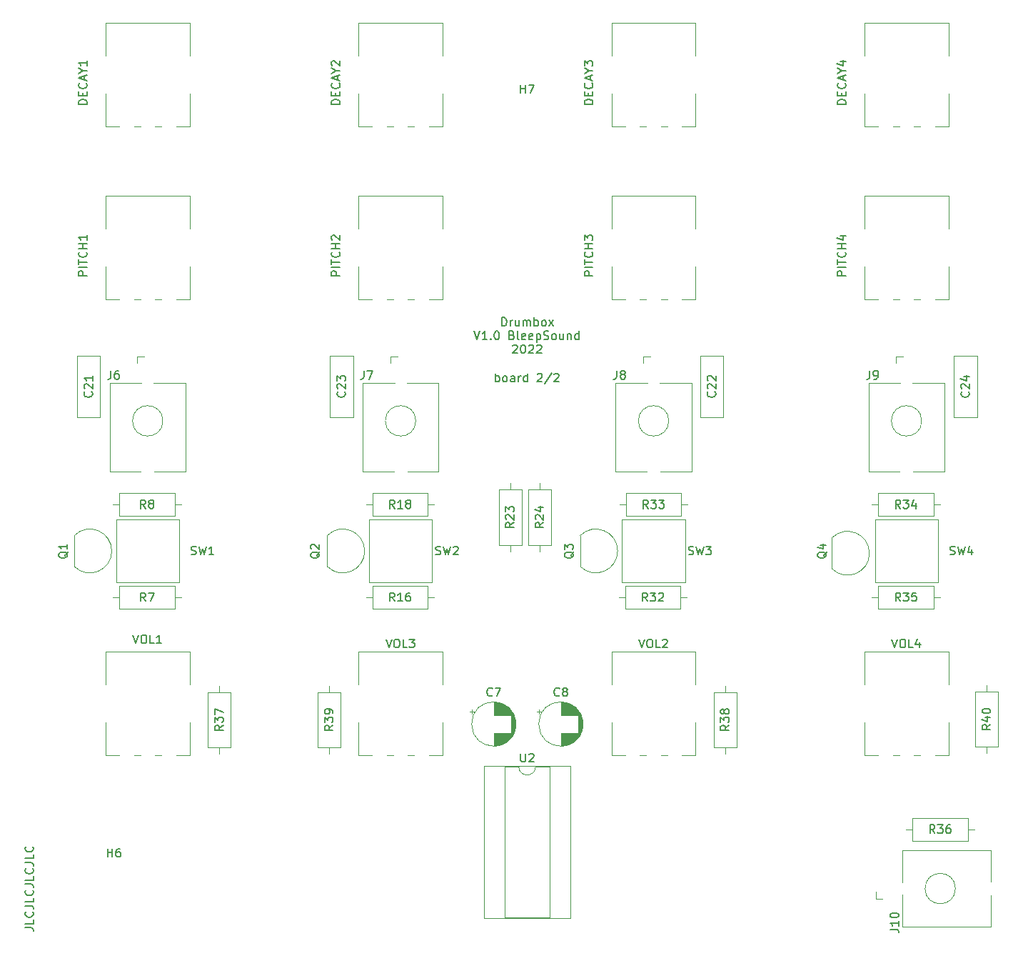
<source format=gto>
G04 #@! TF.GenerationSoftware,KiCad,Pcbnew,(6.0.1)*
G04 #@! TF.CreationDate,2022-09-12T08:19:43+02:00*
G04 #@! TF.ProjectId,Drumbox,4472756d-626f-4782-9e6b-696361645f70,rev?*
G04 #@! TF.SameCoordinates,Original*
G04 #@! TF.FileFunction,Legend,Top*
G04 #@! TF.FilePolarity,Positive*
%FSLAX46Y46*%
G04 Gerber Fmt 4.6, Leading zero omitted, Abs format (unit mm)*
G04 Created by KiCad (PCBNEW (6.0.1)) date 2022-09-12 08:19:43*
%MOMM*%
%LPD*%
G01*
G04 APERTURE LIST*
%ADD10C,0.150000*%
%ADD11C,0.120000*%
%ADD12C,4.000000*%
%ADD13C,1.800000*%
%ADD14C,1.500000*%
%ADD15C,1.524000*%
%ADD16C,1.600000*%
%ADD17O,1.600000X1.600000*%
%ADD18C,3.200000*%
%ADD19R,1.600000X1.600000*%
%ADD20R,1.830000X1.930000*%
%ADD21C,2.130000*%
%ADD22R,1.500000X1.050000*%
%ADD23O,1.500000X1.050000*%
%ADD24R,1.930000X1.830000*%
%ADD25R,1.700000X1.700000*%
%ADD26O,1.700000X1.700000*%
G04 APERTURE END LIST*
D10*
X129761904Y-74952380D02*
X129761904Y-73952380D01*
X129761904Y-74333333D02*
X129857142Y-74285714D01*
X130047619Y-74285714D01*
X130142857Y-74333333D01*
X130190476Y-74380952D01*
X130238095Y-74476190D01*
X130238095Y-74761904D01*
X130190476Y-74857142D01*
X130142857Y-74904761D01*
X130047619Y-74952380D01*
X129857142Y-74952380D01*
X129761904Y-74904761D01*
X130809523Y-74952380D02*
X130714285Y-74904761D01*
X130666666Y-74857142D01*
X130619047Y-74761904D01*
X130619047Y-74476190D01*
X130666666Y-74380952D01*
X130714285Y-74333333D01*
X130809523Y-74285714D01*
X130952380Y-74285714D01*
X131047619Y-74333333D01*
X131095238Y-74380952D01*
X131142857Y-74476190D01*
X131142857Y-74761904D01*
X131095238Y-74857142D01*
X131047619Y-74904761D01*
X130952380Y-74952380D01*
X130809523Y-74952380D01*
X132000000Y-74952380D02*
X132000000Y-74428571D01*
X131952380Y-74333333D01*
X131857142Y-74285714D01*
X131666666Y-74285714D01*
X131571428Y-74333333D01*
X132000000Y-74904761D02*
X131904761Y-74952380D01*
X131666666Y-74952380D01*
X131571428Y-74904761D01*
X131523809Y-74809523D01*
X131523809Y-74714285D01*
X131571428Y-74619047D01*
X131666666Y-74571428D01*
X131904761Y-74571428D01*
X132000000Y-74523809D01*
X132476190Y-74952380D02*
X132476190Y-74285714D01*
X132476190Y-74476190D02*
X132523809Y-74380952D01*
X132571428Y-74333333D01*
X132666666Y-74285714D01*
X132761904Y-74285714D01*
X133523809Y-74952380D02*
X133523809Y-73952380D01*
X133523809Y-74904761D02*
X133428571Y-74952380D01*
X133238095Y-74952380D01*
X133142857Y-74904761D01*
X133095238Y-74857142D01*
X133047619Y-74761904D01*
X133047619Y-74476190D01*
X133095238Y-74380952D01*
X133142857Y-74333333D01*
X133238095Y-74285714D01*
X133428571Y-74285714D01*
X133523809Y-74333333D01*
X134714285Y-74047619D02*
X134761904Y-74000000D01*
X134857142Y-73952380D01*
X135095238Y-73952380D01*
X135190476Y-74000000D01*
X135238095Y-74047619D01*
X135285714Y-74142857D01*
X135285714Y-74238095D01*
X135238095Y-74380952D01*
X134666666Y-74952380D01*
X135285714Y-74952380D01*
X136428571Y-73904761D02*
X135571428Y-75190476D01*
X136714285Y-74047619D02*
X136761904Y-74000000D01*
X136857142Y-73952380D01*
X137095238Y-73952380D01*
X137190476Y-74000000D01*
X137238095Y-74047619D01*
X137285714Y-74142857D01*
X137285714Y-74238095D01*
X137238095Y-74380952D01*
X136666666Y-74952380D01*
X137285714Y-74952380D01*
X130500000Y-68342380D02*
X130500000Y-67342380D01*
X130738095Y-67342380D01*
X130880952Y-67390000D01*
X130976190Y-67485238D01*
X131023809Y-67580476D01*
X131071428Y-67770952D01*
X131071428Y-67913809D01*
X131023809Y-68104285D01*
X130976190Y-68199523D01*
X130880952Y-68294761D01*
X130738095Y-68342380D01*
X130500000Y-68342380D01*
X131500000Y-68342380D02*
X131500000Y-67675714D01*
X131500000Y-67866190D02*
X131547619Y-67770952D01*
X131595238Y-67723333D01*
X131690476Y-67675714D01*
X131785714Y-67675714D01*
X132547619Y-67675714D02*
X132547619Y-68342380D01*
X132119047Y-67675714D02*
X132119047Y-68199523D01*
X132166666Y-68294761D01*
X132261904Y-68342380D01*
X132404761Y-68342380D01*
X132500000Y-68294761D01*
X132547619Y-68247142D01*
X133023809Y-68342380D02*
X133023809Y-67675714D01*
X133023809Y-67770952D02*
X133071428Y-67723333D01*
X133166666Y-67675714D01*
X133309523Y-67675714D01*
X133404761Y-67723333D01*
X133452380Y-67818571D01*
X133452380Y-68342380D01*
X133452380Y-67818571D02*
X133500000Y-67723333D01*
X133595238Y-67675714D01*
X133738095Y-67675714D01*
X133833333Y-67723333D01*
X133880952Y-67818571D01*
X133880952Y-68342380D01*
X134357142Y-68342380D02*
X134357142Y-67342380D01*
X134357142Y-67723333D02*
X134452380Y-67675714D01*
X134642857Y-67675714D01*
X134738095Y-67723333D01*
X134785714Y-67770952D01*
X134833333Y-67866190D01*
X134833333Y-68151904D01*
X134785714Y-68247142D01*
X134738095Y-68294761D01*
X134642857Y-68342380D01*
X134452380Y-68342380D01*
X134357142Y-68294761D01*
X135404761Y-68342380D02*
X135309523Y-68294761D01*
X135261904Y-68247142D01*
X135214285Y-68151904D01*
X135214285Y-67866190D01*
X135261904Y-67770952D01*
X135309523Y-67723333D01*
X135404761Y-67675714D01*
X135547619Y-67675714D01*
X135642857Y-67723333D01*
X135690476Y-67770952D01*
X135738095Y-67866190D01*
X135738095Y-68151904D01*
X135690476Y-68247142D01*
X135642857Y-68294761D01*
X135547619Y-68342380D01*
X135404761Y-68342380D01*
X136071428Y-68342380D02*
X136595238Y-67675714D01*
X136071428Y-67675714D02*
X136595238Y-68342380D01*
X127238095Y-68952380D02*
X127571428Y-69952380D01*
X127904761Y-68952380D01*
X128761904Y-69952380D02*
X128190476Y-69952380D01*
X128476190Y-69952380D02*
X128476190Y-68952380D01*
X128380952Y-69095238D01*
X128285714Y-69190476D01*
X128190476Y-69238095D01*
X129190476Y-69857142D02*
X129238095Y-69904761D01*
X129190476Y-69952380D01*
X129142857Y-69904761D01*
X129190476Y-69857142D01*
X129190476Y-69952380D01*
X129857142Y-68952380D02*
X129952380Y-68952380D01*
X130047619Y-69000000D01*
X130095238Y-69047619D01*
X130142857Y-69142857D01*
X130190476Y-69333333D01*
X130190476Y-69571428D01*
X130142857Y-69761904D01*
X130095238Y-69857142D01*
X130047619Y-69904761D01*
X129952380Y-69952380D01*
X129857142Y-69952380D01*
X129761904Y-69904761D01*
X129714285Y-69857142D01*
X129666666Y-69761904D01*
X129619047Y-69571428D01*
X129619047Y-69333333D01*
X129666666Y-69142857D01*
X129714285Y-69047619D01*
X129761904Y-69000000D01*
X129857142Y-68952380D01*
X131714285Y-69428571D02*
X131857142Y-69476190D01*
X131904761Y-69523809D01*
X131952380Y-69619047D01*
X131952380Y-69761904D01*
X131904761Y-69857142D01*
X131857142Y-69904761D01*
X131761904Y-69952380D01*
X131380952Y-69952380D01*
X131380952Y-68952380D01*
X131714285Y-68952380D01*
X131809523Y-69000000D01*
X131857142Y-69047619D01*
X131904761Y-69142857D01*
X131904761Y-69238095D01*
X131857142Y-69333333D01*
X131809523Y-69380952D01*
X131714285Y-69428571D01*
X131380952Y-69428571D01*
X132523809Y-69952380D02*
X132428571Y-69904761D01*
X132380952Y-69809523D01*
X132380952Y-68952380D01*
X133285714Y-69904761D02*
X133190476Y-69952380D01*
X133000000Y-69952380D01*
X132904761Y-69904761D01*
X132857142Y-69809523D01*
X132857142Y-69428571D01*
X132904761Y-69333333D01*
X133000000Y-69285714D01*
X133190476Y-69285714D01*
X133285714Y-69333333D01*
X133333333Y-69428571D01*
X133333333Y-69523809D01*
X132857142Y-69619047D01*
X134142857Y-69904761D02*
X134047619Y-69952380D01*
X133857142Y-69952380D01*
X133761904Y-69904761D01*
X133714285Y-69809523D01*
X133714285Y-69428571D01*
X133761904Y-69333333D01*
X133857142Y-69285714D01*
X134047619Y-69285714D01*
X134142857Y-69333333D01*
X134190476Y-69428571D01*
X134190476Y-69523809D01*
X133714285Y-69619047D01*
X134619047Y-69285714D02*
X134619047Y-70285714D01*
X134619047Y-69333333D02*
X134714285Y-69285714D01*
X134904761Y-69285714D01*
X135000000Y-69333333D01*
X135047619Y-69380952D01*
X135095238Y-69476190D01*
X135095238Y-69761904D01*
X135047619Y-69857142D01*
X135000000Y-69904761D01*
X134904761Y-69952380D01*
X134714285Y-69952380D01*
X134619047Y-69904761D01*
X135476190Y-69904761D02*
X135619047Y-69952380D01*
X135857142Y-69952380D01*
X135952380Y-69904761D01*
X136000000Y-69857142D01*
X136047619Y-69761904D01*
X136047619Y-69666666D01*
X136000000Y-69571428D01*
X135952380Y-69523809D01*
X135857142Y-69476190D01*
X135666666Y-69428571D01*
X135571428Y-69380952D01*
X135523809Y-69333333D01*
X135476190Y-69238095D01*
X135476190Y-69142857D01*
X135523809Y-69047619D01*
X135571428Y-69000000D01*
X135666666Y-68952380D01*
X135904761Y-68952380D01*
X136047619Y-69000000D01*
X136619047Y-69952380D02*
X136523809Y-69904761D01*
X136476190Y-69857142D01*
X136428571Y-69761904D01*
X136428571Y-69476190D01*
X136476190Y-69380952D01*
X136523809Y-69333333D01*
X136619047Y-69285714D01*
X136761904Y-69285714D01*
X136857142Y-69333333D01*
X136904761Y-69380952D01*
X136952380Y-69476190D01*
X136952380Y-69761904D01*
X136904761Y-69857142D01*
X136857142Y-69904761D01*
X136761904Y-69952380D01*
X136619047Y-69952380D01*
X137809523Y-69285714D02*
X137809523Y-69952380D01*
X137380952Y-69285714D02*
X137380952Y-69809523D01*
X137428571Y-69904761D01*
X137523809Y-69952380D01*
X137666666Y-69952380D01*
X137761904Y-69904761D01*
X137809523Y-69857142D01*
X138285714Y-69285714D02*
X138285714Y-69952380D01*
X138285714Y-69380952D02*
X138333333Y-69333333D01*
X138428571Y-69285714D01*
X138571428Y-69285714D01*
X138666666Y-69333333D01*
X138714285Y-69428571D01*
X138714285Y-69952380D01*
X139619047Y-69952380D02*
X139619047Y-68952380D01*
X139619047Y-69904761D02*
X139523809Y-69952380D01*
X139333333Y-69952380D01*
X139238095Y-69904761D01*
X139190476Y-69857142D01*
X139142857Y-69761904D01*
X139142857Y-69476190D01*
X139190476Y-69380952D01*
X139238095Y-69333333D01*
X139333333Y-69285714D01*
X139523809Y-69285714D01*
X139619047Y-69333333D01*
X131785714Y-70657619D02*
X131833333Y-70610000D01*
X131928571Y-70562380D01*
X132166666Y-70562380D01*
X132261904Y-70610000D01*
X132309523Y-70657619D01*
X132357142Y-70752857D01*
X132357142Y-70848095D01*
X132309523Y-70990952D01*
X131738095Y-71562380D01*
X132357142Y-71562380D01*
X132976190Y-70562380D02*
X133071428Y-70562380D01*
X133166666Y-70610000D01*
X133214285Y-70657619D01*
X133261904Y-70752857D01*
X133309523Y-70943333D01*
X133309523Y-71181428D01*
X133261904Y-71371904D01*
X133214285Y-71467142D01*
X133166666Y-71514761D01*
X133071428Y-71562380D01*
X132976190Y-71562380D01*
X132880952Y-71514761D01*
X132833333Y-71467142D01*
X132785714Y-71371904D01*
X132738095Y-71181428D01*
X132738095Y-70943333D01*
X132785714Y-70752857D01*
X132833333Y-70657619D01*
X132880952Y-70610000D01*
X132976190Y-70562380D01*
X133690476Y-70657619D02*
X133738095Y-70610000D01*
X133833333Y-70562380D01*
X134071428Y-70562380D01*
X134166666Y-70610000D01*
X134214285Y-70657619D01*
X134261904Y-70752857D01*
X134261904Y-70848095D01*
X134214285Y-70990952D01*
X133642857Y-71562380D01*
X134261904Y-71562380D01*
X134642857Y-70657619D02*
X134690476Y-70610000D01*
X134785714Y-70562380D01*
X135023809Y-70562380D01*
X135119047Y-70610000D01*
X135166666Y-70657619D01*
X135214285Y-70752857D01*
X135214285Y-70848095D01*
X135166666Y-70990952D01*
X134595238Y-71562380D01*
X135214285Y-71562380D01*
X73952380Y-139619047D02*
X74666666Y-139619047D01*
X74809523Y-139666666D01*
X74904761Y-139761904D01*
X74952380Y-139904761D01*
X74952380Y-140000000D01*
X74952380Y-138666666D02*
X74952380Y-139142857D01*
X73952380Y-139142857D01*
X74857142Y-137761904D02*
X74904761Y-137809523D01*
X74952380Y-137952380D01*
X74952380Y-138047619D01*
X74904761Y-138190476D01*
X74809523Y-138285714D01*
X74714285Y-138333333D01*
X74523809Y-138380952D01*
X74380952Y-138380952D01*
X74190476Y-138333333D01*
X74095238Y-138285714D01*
X74000000Y-138190476D01*
X73952380Y-138047619D01*
X73952380Y-137952380D01*
X74000000Y-137809523D01*
X74047619Y-137761904D01*
X73952380Y-137047619D02*
X74666666Y-137047619D01*
X74809523Y-137095238D01*
X74904761Y-137190476D01*
X74952380Y-137333333D01*
X74952380Y-137428571D01*
X74952380Y-136095238D02*
X74952380Y-136571428D01*
X73952380Y-136571428D01*
X74857142Y-135190476D02*
X74904761Y-135238095D01*
X74952380Y-135380952D01*
X74952380Y-135476190D01*
X74904761Y-135619047D01*
X74809523Y-135714285D01*
X74714285Y-135761904D01*
X74523809Y-135809523D01*
X74380952Y-135809523D01*
X74190476Y-135761904D01*
X74095238Y-135714285D01*
X74000000Y-135619047D01*
X73952380Y-135476190D01*
X73952380Y-135380952D01*
X74000000Y-135238095D01*
X74047619Y-135190476D01*
X73952380Y-134476190D02*
X74666666Y-134476190D01*
X74809523Y-134523809D01*
X74904761Y-134619047D01*
X74952380Y-134761904D01*
X74952380Y-134857142D01*
X74952380Y-133523809D02*
X74952380Y-134000000D01*
X73952380Y-134000000D01*
X74857142Y-132619047D02*
X74904761Y-132666666D01*
X74952380Y-132809523D01*
X74952380Y-132904761D01*
X74904761Y-133047619D01*
X74809523Y-133142857D01*
X74714285Y-133190476D01*
X74523809Y-133238095D01*
X74380952Y-133238095D01*
X74190476Y-133190476D01*
X74095238Y-133142857D01*
X74000000Y-133047619D01*
X73952380Y-132904761D01*
X73952380Y-132809523D01*
X74000000Y-132666666D01*
X74047619Y-132619047D01*
X73952380Y-131904761D02*
X74666666Y-131904761D01*
X74809523Y-131952380D01*
X74904761Y-132047619D01*
X74952380Y-132190476D01*
X74952380Y-132285714D01*
X74952380Y-130952380D02*
X74952380Y-131428571D01*
X73952380Y-131428571D01*
X74857142Y-130047619D02*
X74904761Y-130095238D01*
X74952380Y-130238095D01*
X74952380Y-130333333D01*
X74904761Y-130476190D01*
X74809523Y-130571428D01*
X74714285Y-130619047D01*
X74523809Y-130666666D01*
X74380952Y-130666666D01*
X74190476Y-130619047D01*
X74095238Y-130571428D01*
X74000000Y-130476190D01*
X73952380Y-130333333D01*
X73952380Y-130238095D01*
X74000000Y-130095238D01*
X74047619Y-130047619D01*
X81302380Y-42047619D02*
X80302380Y-42047619D01*
X80302380Y-41809523D01*
X80350000Y-41666666D01*
X80445238Y-41571428D01*
X80540476Y-41523809D01*
X80730952Y-41476190D01*
X80873809Y-41476190D01*
X81064285Y-41523809D01*
X81159523Y-41571428D01*
X81254761Y-41666666D01*
X81302380Y-41809523D01*
X81302380Y-42047619D01*
X80778571Y-41047619D02*
X80778571Y-40714285D01*
X81302380Y-40571428D02*
X81302380Y-41047619D01*
X80302380Y-41047619D01*
X80302380Y-40571428D01*
X81207142Y-39571428D02*
X81254761Y-39619047D01*
X81302380Y-39761904D01*
X81302380Y-39857142D01*
X81254761Y-40000000D01*
X81159523Y-40095238D01*
X81064285Y-40142857D01*
X80873809Y-40190476D01*
X80730952Y-40190476D01*
X80540476Y-40142857D01*
X80445238Y-40095238D01*
X80350000Y-40000000D01*
X80302380Y-39857142D01*
X80302380Y-39761904D01*
X80350000Y-39619047D01*
X80397619Y-39571428D01*
X81016666Y-39190476D02*
X81016666Y-38714285D01*
X81302380Y-39285714D02*
X80302380Y-38952380D01*
X81302380Y-38619047D01*
X80826190Y-38095238D02*
X81302380Y-38095238D01*
X80302380Y-38428571D02*
X80826190Y-38095238D01*
X80302380Y-37761904D01*
X81302380Y-36904761D02*
X81302380Y-37476190D01*
X81302380Y-37190476D02*
X80302380Y-37190476D01*
X80445238Y-37285714D01*
X80540476Y-37380952D01*
X80588095Y-37476190D01*
X152666666Y-95404761D02*
X152809523Y-95452380D01*
X153047619Y-95452380D01*
X153142857Y-95404761D01*
X153190476Y-95357142D01*
X153238095Y-95261904D01*
X153238095Y-95166666D01*
X153190476Y-95071428D01*
X153142857Y-95023809D01*
X153047619Y-94976190D01*
X152857142Y-94928571D01*
X152761904Y-94880952D01*
X152714285Y-94833333D01*
X152666666Y-94738095D01*
X152666666Y-94642857D01*
X152714285Y-94547619D01*
X152761904Y-94500000D01*
X152857142Y-94452380D01*
X153095238Y-94452380D01*
X153238095Y-94500000D01*
X153571428Y-94452380D02*
X153809523Y-95452380D01*
X154000000Y-94738095D01*
X154190476Y-95452380D01*
X154428571Y-94452380D01*
X154714285Y-94452380D02*
X155333333Y-94452380D01*
X155000000Y-94833333D01*
X155142857Y-94833333D01*
X155238095Y-94880952D01*
X155285714Y-94928571D01*
X155333333Y-95023809D01*
X155333333Y-95261904D01*
X155285714Y-95357142D01*
X155238095Y-95404761D01*
X155142857Y-95452380D01*
X154857142Y-95452380D01*
X154761904Y-95404761D01*
X154714285Y-95357142D01*
X110472380Y-115642857D02*
X109996190Y-115976190D01*
X110472380Y-116214285D02*
X109472380Y-116214285D01*
X109472380Y-115833333D01*
X109520000Y-115738095D01*
X109567619Y-115690476D01*
X109662857Y-115642857D01*
X109805714Y-115642857D01*
X109900952Y-115690476D01*
X109948571Y-115738095D01*
X109996190Y-115833333D01*
X109996190Y-116214285D01*
X109472380Y-115309523D02*
X109472380Y-114690476D01*
X109853333Y-115023809D01*
X109853333Y-114880952D01*
X109900952Y-114785714D01*
X109948571Y-114738095D01*
X110043809Y-114690476D01*
X110281904Y-114690476D01*
X110377142Y-114738095D01*
X110424761Y-114785714D01*
X110472380Y-114880952D01*
X110472380Y-115166666D01*
X110424761Y-115261904D01*
X110377142Y-115309523D01*
X110472380Y-114214285D02*
X110472380Y-114023809D01*
X110424761Y-113928571D01*
X110377142Y-113880952D01*
X110234285Y-113785714D01*
X110043809Y-113738095D01*
X109662857Y-113738095D01*
X109567619Y-113785714D01*
X109520000Y-113833333D01*
X109472380Y-113928571D01*
X109472380Y-114119047D01*
X109520000Y-114214285D01*
X109567619Y-114261904D01*
X109662857Y-114309523D01*
X109900952Y-114309523D01*
X109996190Y-114261904D01*
X110043809Y-114214285D01*
X110091428Y-114119047D01*
X110091428Y-113928571D01*
X110043809Y-113833333D01*
X109996190Y-113785714D01*
X109900952Y-113738095D01*
X181857142Y-128452380D02*
X181523809Y-127976190D01*
X181285714Y-128452380D02*
X181285714Y-127452380D01*
X181666666Y-127452380D01*
X181761904Y-127500000D01*
X181809523Y-127547619D01*
X181857142Y-127642857D01*
X181857142Y-127785714D01*
X181809523Y-127880952D01*
X181761904Y-127928571D01*
X181666666Y-127976190D01*
X181285714Y-127976190D01*
X182190476Y-127452380D02*
X182809523Y-127452380D01*
X182476190Y-127833333D01*
X182619047Y-127833333D01*
X182714285Y-127880952D01*
X182761904Y-127928571D01*
X182809523Y-128023809D01*
X182809523Y-128261904D01*
X182761904Y-128357142D01*
X182714285Y-128404761D01*
X182619047Y-128452380D01*
X182333333Y-128452380D01*
X182238095Y-128404761D01*
X182190476Y-128357142D01*
X183666666Y-127452380D02*
X183476190Y-127452380D01*
X183380952Y-127500000D01*
X183333333Y-127547619D01*
X183238095Y-127690476D01*
X183190476Y-127880952D01*
X183190476Y-128261904D01*
X183238095Y-128357142D01*
X183285714Y-128404761D01*
X183380952Y-128452380D01*
X183571428Y-128452380D01*
X183666666Y-128404761D01*
X183714285Y-128357142D01*
X183761904Y-128261904D01*
X183761904Y-128023809D01*
X183714285Y-127928571D01*
X183666666Y-127880952D01*
X183571428Y-127833333D01*
X183380952Y-127833333D01*
X183285714Y-127880952D01*
X183238095Y-127928571D01*
X183190476Y-128023809D01*
X81302380Y-62380952D02*
X80302380Y-62380952D01*
X80302380Y-62000000D01*
X80350000Y-61904761D01*
X80397619Y-61857142D01*
X80492857Y-61809523D01*
X80635714Y-61809523D01*
X80730952Y-61857142D01*
X80778571Y-61904761D01*
X80826190Y-62000000D01*
X80826190Y-62380952D01*
X81302380Y-61380952D02*
X80302380Y-61380952D01*
X80302380Y-61047619D02*
X80302380Y-60476190D01*
X81302380Y-60761904D02*
X80302380Y-60761904D01*
X81207142Y-59571428D02*
X81254761Y-59619047D01*
X81302380Y-59761904D01*
X81302380Y-59857142D01*
X81254761Y-60000000D01*
X81159523Y-60095238D01*
X81064285Y-60142857D01*
X80873809Y-60190476D01*
X80730952Y-60190476D01*
X80540476Y-60142857D01*
X80445238Y-60095238D01*
X80350000Y-60000000D01*
X80302380Y-59857142D01*
X80302380Y-59761904D01*
X80350000Y-59619047D01*
X80397619Y-59571428D01*
X81302380Y-59142857D02*
X80302380Y-59142857D01*
X80778571Y-59142857D02*
X80778571Y-58571428D01*
X81302380Y-58571428D02*
X80302380Y-58571428D01*
X81302380Y-57571428D02*
X81302380Y-58142857D01*
X81302380Y-57857142D02*
X80302380Y-57857142D01*
X80445238Y-57952380D01*
X80540476Y-58047619D01*
X80588095Y-58142857D01*
X83738095Y-131252380D02*
X83738095Y-130252380D01*
X83738095Y-130728571D02*
X84309523Y-130728571D01*
X84309523Y-131252380D02*
X84309523Y-130252380D01*
X85214285Y-130252380D02*
X85023809Y-130252380D01*
X84928571Y-130300000D01*
X84880952Y-130347619D01*
X84785714Y-130490476D01*
X84738095Y-130680952D01*
X84738095Y-131061904D01*
X84785714Y-131157142D01*
X84833333Y-131204761D01*
X84928571Y-131252380D01*
X85119047Y-131252380D01*
X85214285Y-131204761D01*
X85261904Y-131157142D01*
X85309523Y-131061904D01*
X85309523Y-130823809D01*
X85261904Y-130728571D01*
X85214285Y-130680952D01*
X85119047Y-130633333D01*
X84928571Y-130633333D01*
X84833333Y-130680952D01*
X84785714Y-130728571D01*
X84738095Y-130823809D01*
X88253333Y-89952380D02*
X87920000Y-89476190D01*
X87681904Y-89952380D02*
X87681904Y-88952380D01*
X88062857Y-88952380D01*
X88158095Y-89000000D01*
X88205714Y-89047619D01*
X88253333Y-89142857D01*
X88253333Y-89285714D01*
X88205714Y-89380952D01*
X88158095Y-89428571D01*
X88062857Y-89476190D01*
X87681904Y-89476190D01*
X88824761Y-89380952D02*
X88729523Y-89333333D01*
X88681904Y-89285714D01*
X88634285Y-89190476D01*
X88634285Y-89142857D01*
X88681904Y-89047619D01*
X88729523Y-89000000D01*
X88824761Y-88952380D01*
X89015238Y-88952380D01*
X89110476Y-89000000D01*
X89158095Y-89047619D01*
X89205714Y-89142857D01*
X89205714Y-89190476D01*
X89158095Y-89285714D01*
X89110476Y-89333333D01*
X89015238Y-89380952D01*
X88824761Y-89380952D01*
X88729523Y-89428571D01*
X88681904Y-89476190D01*
X88634285Y-89571428D01*
X88634285Y-89761904D01*
X88681904Y-89857142D01*
X88729523Y-89904761D01*
X88824761Y-89952380D01*
X89015238Y-89952380D01*
X89110476Y-89904761D01*
X89158095Y-89857142D01*
X89205714Y-89761904D01*
X89205714Y-89571428D01*
X89158095Y-89476190D01*
X89110476Y-89428571D01*
X89015238Y-89380952D01*
X117777142Y-100952380D02*
X117443809Y-100476190D01*
X117205714Y-100952380D02*
X117205714Y-99952380D01*
X117586666Y-99952380D01*
X117681904Y-100000000D01*
X117729523Y-100047619D01*
X117777142Y-100142857D01*
X117777142Y-100285714D01*
X117729523Y-100380952D01*
X117681904Y-100428571D01*
X117586666Y-100476190D01*
X117205714Y-100476190D01*
X118729523Y-100952380D02*
X118158095Y-100952380D01*
X118443809Y-100952380D02*
X118443809Y-99952380D01*
X118348571Y-100095238D01*
X118253333Y-100190476D01*
X118158095Y-100238095D01*
X119586666Y-99952380D02*
X119396190Y-99952380D01*
X119300952Y-100000000D01*
X119253333Y-100047619D01*
X119158095Y-100190476D01*
X119110476Y-100380952D01*
X119110476Y-100761904D01*
X119158095Y-100857142D01*
X119205714Y-100904761D01*
X119300952Y-100952380D01*
X119491428Y-100952380D01*
X119586666Y-100904761D01*
X119634285Y-100857142D01*
X119681904Y-100761904D01*
X119681904Y-100523809D01*
X119634285Y-100428571D01*
X119586666Y-100380952D01*
X119491428Y-100333333D01*
X119300952Y-100333333D01*
X119205714Y-100380952D01*
X119158095Y-100428571D01*
X119110476Y-100523809D01*
X147777142Y-100952380D02*
X147443809Y-100476190D01*
X147205714Y-100952380D02*
X147205714Y-99952380D01*
X147586666Y-99952380D01*
X147681904Y-100000000D01*
X147729523Y-100047619D01*
X147777142Y-100142857D01*
X147777142Y-100285714D01*
X147729523Y-100380952D01*
X147681904Y-100428571D01*
X147586666Y-100476190D01*
X147205714Y-100476190D01*
X148110476Y-99952380D02*
X148729523Y-99952380D01*
X148396190Y-100333333D01*
X148539047Y-100333333D01*
X148634285Y-100380952D01*
X148681904Y-100428571D01*
X148729523Y-100523809D01*
X148729523Y-100761904D01*
X148681904Y-100857142D01*
X148634285Y-100904761D01*
X148539047Y-100952380D01*
X148253333Y-100952380D01*
X148158095Y-100904761D01*
X148110476Y-100857142D01*
X149110476Y-100047619D02*
X149158095Y-100000000D01*
X149253333Y-99952380D01*
X149491428Y-99952380D01*
X149586666Y-100000000D01*
X149634285Y-100047619D01*
X149681904Y-100142857D01*
X149681904Y-100238095D01*
X149634285Y-100380952D01*
X149062857Y-100952380D01*
X149681904Y-100952380D01*
X137333333Y-112107142D02*
X137285714Y-112154761D01*
X137142857Y-112202380D01*
X137047619Y-112202380D01*
X136904761Y-112154761D01*
X136809523Y-112059523D01*
X136761904Y-111964285D01*
X136714285Y-111773809D01*
X136714285Y-111630952D01*
X136761904Y-111440476D01*
X136809523Y-111345238D01*
X136904761Y-111250000D01*
X137047619Y-111202380D01*
X137142857Y-111202380D01*
X137285714Y-111250000D01*
X137333333Y-111297619D01*
X137904761Y-111630952D02*
X137809523Y-111583333D01*
X137761904Y-111535714D01*
X137714285Y-111440476D01*
X137714285Y-111392857D01*
X137761904Y-111297619D01*
X137809523Y-111250000D01*
X137904761Y-111202380D01*
X138095238Y-111202380D01*
X138190476Y-111250000D01*
X138238095Y-111297619D01*
X138285714Y-111392857D01*
X138285714Y-111440476D01*
X138238095Y-111535714D01*
X138190476Y-111583333D01*
X138095238Y-111630952D01*
X137904761Y-111630952D01*
X137809523Y-111678571D01*
X137761904Y-111726190D01*
X137714285Y-111821428D01*
X137714285Y-112011904D01*
X137761904Y-112107142D01*
X137809523Y-112154761D01*
X137904761Y-112202380D01*
X138095238Y-112202380D01*
X138190476Y-112154761D01*
X138238095Y-112107142D01*
X138285714Y-112011904D01*
X138285714Y-111821428D01*
X138238095Y-111726190D01*
X138190476Y-111678571D01*
X138095238Y-111630952D01*
X176552380Y-139839523D02*
X177266666Y-139839523D01*
X177409523Y-139887142D01*
X177504761Y-139982380D01*
X177552380Y-140125238D01*
X177552380Y-140220476D01*
X177552380Y-138839523D02*
X177552380Y-139410952D01*
X177552380Y-139125238D02*
X176552380Y-139125238D01*
X176695238Y-139220476D01*
X176790476Y-139315714D01*
X176838095Y-139410952D01*
X176552380Y-138220476D02*
X176552380Y-138125238D01*
X176600000Y-138030000D01*
X176647619Y-137982380D01*
X176742857Y-137934761D01*
X176933333Y-137887142D01*
X177171428Y-137887142D01*
X177361904Y-137934761D01*
X177457142Y-137982380D01*
X177504761Y-138030000D01*
X177552380Y-138125238D01*
X177552380Y-138220476D01*
X177504761Y-138315714D01*
X177457142Y-138363333D01*
X177361904Y-138410952D01*
X177171428Y-138458571D01*
X176933333Y-138458571D01*
X176742857Y-138410952D01*
X176647619Y-138363333D01*
X176600000Y-138315714D01*
X176552380Y-138220476D01*
X146761904Y-105452380D02*
X147095238Y-106452380D01*
X147428571Y-105452380D01*
X147952380Y-105452380D02*
X148142857Y-105452380D01*
X148238095Y-105500000D01*
X148333333Y-105595238D01*
X148380952Y-105785714D01*
X148380952Y-106119047D01*
X148333333Y-106309523D01*
X148238095Y-106404761D01*
X148142857Y-106452380D01*
X147952380Y-106452380D01*
X147857142Y-106404761D01*
X147761904Y-106309523D01*
X147714285Y-106119047D01*
X147714285Y-105785714D01*
X147761904Y-105595238D01*
X147857142Y-105500000D01*
X147952380Y-105452380D01*
X149285714Y-106452380D02*
X148809523Y-106452380D01*
X148809523Y-105452380D01*
X149571428Y-105547619D02*
X149619047Y-105500000D01*
X149714285Y-105452380D01*
X149952380Y-105452380D01*
X150047619Y-105500000D01*
X150095238Y-105547619D01*
X150142857Y-105642857D01*
X150142857Y-105738095D01*
X150095238Y-105880952D01*
X149523809Y-106452380D01*
X150142857Y-106452380D01*
X139047619Y-95095238D02*
X139000000Y-95190476D01*
X138904761Y-95285714D01*
X138761904Y-95428571D01*
X138714285Y-95523809D01*
X138714285Y-95619047D01*
X138952380Y-95571428D02*
X138904761Y-95666666D01*
X138809523Y-95761904D01*
X138619047Y-95809523D01*
X138285714Y-95809523D01*
X138095238Y-95761904D01*
X138000000Y-95666666D01*
X137952380Y-95571428D01*
X137952380Y-95380952D01*
X138000000Y-95285714D01*
X138095238Y-95190476D01*
X138285714Y-95142857D01*
X138619047Y-95142857D01*
X138809523Y-95190476D01*
X138904761Y-95285714D01*
X138952380Y-95380952D01*
X138952380Y-95571428D01*
X137952380Y-94809523D02*
X137952380Y-94190476D01*
X138333333Y-94523809D01*
X138333333Y-94380952D01*
X138380952Y-94285714D01*
X138428571Y-94238095D01*
X138523809Y-94190476D01*
X138761904Y-94190476D01*
X138857142Y-94238095D01*
X138904761Y-94285714D01*
X138952380Y-94380952D01*
X138952380Y-94666666D01*
X138904761Y-94761904D01*
X138857142Y-94809523D01*
X141302380Y-42047619D02*
X140302380Y-42047619D01*
X140302380Y-41809523D01*
X140350000Y-41666666D01*
X140445238Y-41571428D01*
X140540476Y-41523809D01*
X140730952Y-41476190D01*
X140873809Y-41476190D01*
X141064285Y-41523809D01*
X141159523Y-41571428D01*
X141254761Y-41666666D01*
X141302380Y-41809523D01*
X141302380Y-42047619D01*
X140778571Y-41047619D02*
X140778571Y-40714285D01*
X141302380Y-40571428D02*
X141302380Y-41047619D01*
X140302380Y-41047619D01*
X140302380Y-40571428D01*
X141207142Y-39571428D02*
X141254761Y-39619047D01*
X141302380Y-39761904D01*
X141302380Y-39857142D01*
X141254761Y-40000000D01*
X141159523Y-40095238D01*
X141064285Y-40142857D01*
X140873809Y-40190476D01*
X140730952Y-40190476D01*
X140540476Y-40142857D01*
X140445238Y-40095238D01*
X140350000Y-40000000D01*
X140302380Y-39857142D01*
X140302380Y-39761904D01*
X140350000Y-39619047D01*
X140397619Y-39571428D01*
X141016666Y-39190476D02*
X141016666Y-38714285D01*
X141302380Y-39285714D02*
X140302380Y-38952380D01*
X141302380Y-38619047D01*
X140826190Y-38095238D02*
X141302380Y-38095238D01*
X140302380Y-38428571D02*
X140826190Y-38095238D01*
X140302380Y-37761904D01*
X140302380Y-37523809D02*
X140302380Y-36904761D01*
X140683333Y-37238095D01*
X140683333Y-37095238D01*
X140730952Y-37000000D01*
X140778571Y-36952380D01*
X140873809Y-36904761D01*
X141111904Y-36904761D01*
X141207142Y-36952380D01*
X141254761Y-37000000D01*
X141302380Y-37095238D01*
X141302380Y-37380952D01*
X141254761Y-37476190D01*
X141207142Y-37523809D01*
X79047619Y-95095238D02*
X79000000Y-95190476D01*
X78904761Y-95285714D01*
X78761904Y-95428571D01*
X78714285Y-95523809D01*
X78714285Y-95619047D01*
X78952380Y-95571428D02*
X78904761Y-95666666D01*
X78809523Y-95761904D01*
X78619047Y-95809523D01*
X78285714Y-95809523D01*
X78095238Y-95761904D01*
X78000000Y-95666666D01*
X77952380Y-95571428D01*
X77952380Y-95380952D01*
X78000000Y-95285714D01*
X78095238Y-95190476D01*
X78285714Y-95142857D01*
X78619047Y-95142857D01*
X78809523Y-95190476D01*
X78904761Y-95285714D01*
X78952380Y-95380952D01*
X78952380Y-95571428D01*
X78952380Y-94190476D02*
X78952380Y-94761904D01*
X78952380Y-94476190D02*
X77952380Y-94476190D01*
X78095238Y-94571428D01*
X78190476Y-94666666D01*
X78238095Y-94761904D01*
X141302380Y-62380952D02*
X140302380Y-62380952D01*
X140302380Y-62000000D01*
X140350000Y-61904761D01*
X140397619Y-61857142D01*
X140492857Y-61809523D01*
X140635714Y-61809523D01*
X140730952Y-61857142D01*
X140778571Y-61904761D01*
X140826190Y-62000000D01*
X140826190Y-62380952D01*
X141302380Y-61380952D02*
X140302380Y-61380952D01*
X140302380Y-61047619D02*
X140302380Y-60476190D01*
X141302380Y-60761904D02*
X140302380Y-60761904D01*
X141207142Y-59571428D02*
X141254761Y-59619047D01*
X141302380Y-59761904D01*
X141302380Y-59857142D01*
X141254761Y-60000000D01*
X141159523Y-60095238D01*
X141064285Y-60142857D01*
X140873809Y-60190476D01*
X140730952Y-60190476D01*
X140540476Y-60142857D01*
X140445238Y-60095238D01*
X140350000Y-60000000D01*
X140302380Y-59857142D01*
X140302380Y-59761904D01*
X140350000Y-59619047D01*
X140397619Y-59571428D01*
X141302380Y-59142857D02*
X140302380Y-59142857D01*
X140778571Y-59142857D02*
X140778571Y-58571428D01*
X141302380Y-58571428D02*
X140302380Y-58571428D01*
X140302380Y-58190476D02*
X140302380Y-57571428D01*
X140683333Y-57904761D01*
X140683333Y-57761904D01*
X140730952Y-57666666D01*
X140778571Y-57619047D01*
X140873809Y-57571428D01*
X141111904Y-57571428D01*
X141207142Y-57619047D01*
X141254761Y-57666666D01*
X141302380Y-57761904D01*
X141302380Y-58047619D01*
X141254761Y-58142857D01*
X141207142Y-58190476D01*
X111302380Y-42047619D02*
X110302380Y-42047619D01*
X110302380Y-41809523D01*
X110350000Y-41666666D01*
X110445238Y-41571428D01*
X110540476Y-41523809D01*
X110730952Y-41476190D01*
X110873809Y-41476190D01*
X111064285Y-41523809D01*
X111159523Y-41571428D01*
X111254761Y-41666666D01*
X111302380Y-41809523D01*
X111302380Y-42047619D01*
X110778571Y-41047619D02*
X110778571Y-40714285D01*
X111302380Y-40571428D02*
X111302380Y-41047619D01*
X110302380Y-41047619D01*
X110302380Y-40571428D01*
X111207142Y-39571428D02*
X111254761Y-39619047D01*
X111302380Y-39761904D01*
X111302380Y-39857142D01*
X111254761Y-40000000D01*
X111159523Y-40095238D01*
X111064285Y-40142857D01*
X110873809Y-40190476D01*
X110730952Y-40190476D01*
X110540476Y-40142857D01*
X110445238Y-40095238D01*
X110350000Y-40000000D01*
X110302380Y-39857142D01*
X110302380Y-39761904D01*
X110350000Y-39619047D01*
X110397619Y-39571428D01*
X111016666Y-39190476D02*
X111016666Y-38714285D01*
X111302380Y-39285714D02*
X110302380Y-38952380D01*
X111302380Y-38619047D01*
X110826190Y-38095238D02*
X111302380Y-38095238D01*
X110302380Y-38428571D02*
X110826190Y-38095238D01*
X110302380Y-37761904D01*
X110397619Y-37476190D02*
X110350000Y-37428571D01*
X110302380Y-37333333D01*
X110302380Y-37095238D01*
X110350000Y-37000000D01*
X110397619Y-36952380D01*
X110492857Y-36904761D01*
X110588095Y-36904761D01*
X110730952Y-36952380D01*
X111302380Y-37523809D01*
X111302380Y-36904761D01*
X114136666Y-73632380D02*
X114136666Y-74346666D01*
X114089047Y-74489523D01*
X113993809Y-74584761D01*
X113850952Y-74632380D01*
X113755714Y-74632380D01*
X114517619Y-73632380D02*
X115184285Y-73632380D01*
X114755714Y-74632380D01*
X132748095Y-118997380D02*
X132748095Y-119806904D01*
X132795714Y-119902142D01*
X132843333Y-119949761D01*
X132938571Y-119997380D01*
X133129047Y-119997380D01*
X133224285Y-119949761D01*
X133271904Y-119902142D01*
X133319523Y-119806904D01*
X133319523Y-118997380D01*
X133748095Y-119092619D02*
X133795714Y-119045000D01*
X133890952Y-118997380D01*
X134129047Y-118997380D01*
X134224285Y-119045000D01*
X134271904Y-119092619D01*
X134319523Y-119187857D01*
X134319523Y-119283095D01*
X134271904Y-119425952D01*
X133700476Y-119997380D01*
X134319523Y-119997380D01*
X117777142Y-89952380D02*
X117443809Y-89476190D01*
X117205714Y-89952380D02*
X117205714Y-88952380D01*
X117586666Y-88952380D01*
X117681904Y-89000000D01*
X117729523Y-89047619D01*
X117777142Y-89142857D01*
X117777142Y-89285714D01*
X117729523Y-89380952D01*
X117681904Y-89428571D01*
X117586666Y-89476190D01*
X117205714Y-89476190D01*
X118729523Y-89952380D02*
X118158095Y-89952380D01*
X118443809Y-89952380D02*
X118443809Y-88952380D01*
X118348571Y-89095238D01*
X118253333Y-89190476D01*
X118158095Y-89238095D01*
X119300952Y-89380952D02*
X119205714Y-89333333D01*
X119158095Y-89285714D01*
X119110476Y-89190476D01*
X119110476Y-89142857D01*
X119158095Y-89047619D01*
X119205714Y-89000000D01*
X119300952Y-88952380D01*
X119491428Y-88952380D01*
X119586666Y-89000000D01*
X119634285Y-89047619D01*
X119681904Y-89142857D01*
X119681904Y-89190476D01*
X119634285Y-89285714D01*
X119586666Y-89333333D01*
X119491428Y-89380952D01*
X119300952Y-89380952D01*
X119205714Y-89428571D01*
X119158095Y-89476190D01*
X119110476Y-89571428D01*
X119110476Y-89761904D01*
X119158095Y-89857142D01*
X119205714Y-89904761D01*
X119300952Y-89952380D01*
X119491428Y-89952380D01*
X119586666Y-89904761D01*
X119634285Y-89857142D01*
X119681904Y-89761904D01*
X119681904Y-89571428D01*
X119634285Y-89476190D01*
X119586666Y-89428571D01*
X119491428Y-89380952D01*
X129378220Y-112107142D02*
X129330601Y-112154761D01*
X129187744Y-112202380D01*
X129092506Y-112202380D01*
X128949648Y-112154761D01*
X128854410Y-112059523D01*
X128806791Y-111964285D01*
X128759172Y-111773809D01*
X128759172Y-111630952D01*
X128806791Y-111440476D01*
X128854410Y-111345238D01*
X128949648Y-111250000D01*
X129092506Y-111202380D01*
X129187744Y-111202380D01*
X129330601Y-111250000D01*
X129378220Y-111297619D01*
X129711553Y-111202380D02*
X130378220Y-111202380D01*
X129949648Y-112202380D01*
X81857142Y-76142857D02*
X81904761Y-76190476D01*
X81952380Y-76333333D01*
X81952380Y-76428571D01*
X81904761Y-76571428D01*
X81809523Y-76666666D01*
X81714285Y-76714285D01*
X81523809Y-76761904D01*
X81380952Y-76761904D01*
X81190476Y-76714285D01*
X81095238Y-76666666D01*
X81000000Y-76571428D01*
X80952380Y-76428571D01*
X80952380Y-76333333D01*
X81000000Y-76190476D01*
X81047619Y-76142857D01*
X81047619Y-75761904D02*
X81000000Y-75714285D01*
X80952380Y-75619047D01*
X80952380Y-75380952D01*
X81000000Y-75285714D01*
X81047619Y-75238095D01*
X81142857Y-75190476D01*
X81238095Y-75190476D01*
X81380952Y-75238095D01*
X81952380Y-75809523D01*
X81952380Y-75190476D01*
X81952380Y-74238095D02*
X81952380Y-74809523D01*
X81952380Y-74523809D02*
X80952380Y-74523809D01*
X81095238Y-74619047D01*
X81190476Y-74714285D01*
X81238095Y-74809523D01*
X183666666Y-95404761D02*
X183809523Y-95452380D01*
X184047619Y-95452380D01*
X184142857Y-95404761D01*
X184190476Y-95357142D01*
X184238095Y-95261904D01*
X184238095Y-95166666D01*
X184190476Y-95071428D01*
X184142857Y-95023809D01*
X184047619Y-94976190D01*
X183857142Y-94928571D01*
X183761904Y-94880952D01*
X183714285Y-94833333D01*
X183666666Y-94738095D01*
X183666666Y-94642857D01*
X183714285Y-94547619D01*
X183761904Y-94500000D01*
X183857142Y-94452380D01*
X184095238Y-94452380D01*
X184238095Y-94500000D01*
X184571428Y-94452380D02*
X184809523Y-95452380D01*
X185000000Y-94738095D01*
X185190476Y-95452380D01*
X185428571Y-94452380D01*
X186238095Y-94785714D02*
X186238095Y-95452380D01*
X186000000Y-94404761D02*
X185761904Y-95119047D01*
X186380952Y-95119047D01*
X185857142Y-76142857D02*
X185904761Y-76190476D01*
X185952380Y-76333333D01*
X185952380Y-76428571D01*
X185904761Y-76571428D01*
X185809523Y-76666666D01*
X185714285Y-76714285D01*
X185523809Y-76761904D01*
X185380952Y-76761904D01*
X185190476Y-76714285D01*
X185095238Y-76666666D01*
X185000000Y-76571428D01*
X184952380Y-76428571D01*
X184952380Y-76333333D01*
X185000000Y-76190476D01*
X185047619Y-76142857D01*
X185047619Y-75761904D02*
X185000000Y-75714285D01*
X184952380Y-75619047D01*
X184952380Y-75380952D01*
X185000000Y-75285714D01*
X185047619Y-75238095D01*
X185142857Y-75190476D01*
X185238095Y-75190476D01*
X185380952Y-75238095D01*
X185952380Y-75809523D01*
X185952380Y-75190476D01*
X185285714Y-74333333D02*
X185952380Y-74333333D01*
X184904761Y-74571428D02*
X185619047Y-74809523D01*
X185619047Y-74190476D01*
X111857142Y-76142857D02*
X111904761Y-76190476D01*
X111952380Y-76333333D01*
X111952380Y-76428571D01*
X111904761Y-76571428D01*
X111809523Y-76666666D01*
X111714285Y-76714285D01*
X111523809Y-76761904D01*
X111380952Y-76761904D01*
X111190476Y-76714285D01*
X111095238Y-76666666D01*
X111000000Y-76571428D01*
X110952380Y-76428571D01*
X110952380Y-76333333D01*
X111000000Y-76190476D01*
X111047619Y-76142857D01*
X111047619Y-75761904D02*
X111000000Y-75714285D01*
X110952380Y-75619047D01*
X110952380Y-75380952D01*
X111000000Y-75285714D01*
X111047619Y-75238095D01*
X111142857Y-75190476D01*
X111238095Y-75190476D01*
X111380952Y-75238095D01*
X111952380Y-75809523D01*
X111952380Y-75190476D01*
X110952380Y-74857142D02*
X110952380Y-74238095D01*
X111333333Y-74571428D01*
X111333333Y-74428571D01*
X111380952Y-74333333D01*
X111428571Y-74285714D01*
X111523809Y-74238095D01*
X111761904Y-74238095D01*
X111857142Y-74285714D01*
X111904761Y-74333333D01*
X111952380Y-74428571D01*
X111952380Y-74714285D01*
X111904761Y-74809523D01*
X111857142Y-74857142D01*
X122666666Y-95404761D02*
X122809523Y-95452380D01*
X123047619Y-95452380D01*
X123142857Y-95404761D01*
X123190476Y-95357142D01*
X123238095Y-95261904D01*
X123238095Y-95166666D01*
X123190476Y-95071428D01*
X123142857Y-95023809D01*
X123047619Y-94976190D01*
X122857142Y-94928571D01*
X122761904Y-94880952D01*
X122714285Y-94833333D01*
X122666666Y-94738095D01*
X122666666Y-94642857D01*
X122714285Y-94547619D01*
X122761904Y-94500000D01*
X122857142Y-94452380D01*
X123095238Y-94452380D01*
X123238095Y-94500000D01*
X123571428Y-94452380D02*
X123809523Y-95452380D01*
X124000000Y-94738095D01*
X124190476Y-95452380D01*
X124428571Y-94452380D01*
X124761904Y-94547619D02*
X124809523Y-94500000D01*
X124904761Y-94452380D01*
X125142857Y-94452380D01*
X125238095Y-94500000D01*
X125285714Y-94547619D01*
X125333333Y-94642857D01*
X125333333Y-94738095D01*
X125285714Y-94880952D01*
X124714285Y-95452380D01*
X125333333Y-95452380D01*
X171302380Y-62380952D02*
X170302380Y-62380952D01*
X170302380Y-62000000D01*
X170350000Y-61904761D01*
X170397619Y-61857142D01*
X170492857Y-61809523D01*
X170635714Y-61809523D01*
X170730952Y-61857142D01*
X170778571Y-61904761D01*
X170826190Y-62000000D01*
X170826190Y-62380952D01*
X171302380Y-61380952D02*
X170302380Y-61380952D01*
X170302380Y-61047619D02*
X170302380Y-60476190D01*
X171302380Y-60761904D02*
X170302380Y-60761904D01*
X171207142Y-59571428D02*
X171254761Y-59619047D01*
X171302380Y-59761904D01*
X171302380Y-59857142D01*
X171254761Y-60000000D01*
X171159523Y-60095238D01*
X171064285Y-60142857D01*
X170873809Y-60190476D01*
X170730952Y-60190476D01*
X170540476Y-60142857D01*
X170445238Y-60095238D01*
X170350000Y-60000000D01*
X170302380Y-59857142D01*
X170302380Y-59761904D01*
X170350000Y-59619047D01*
X170397619Y-59571428D01*
X171302380Y-59142857D02*
X170302380Y-59142857D01*
X170778571Y-59142857D02*
X170778571Y-58571428D01*
X171302380Y-58571428D02*
X170302380Y-58571428D01*
X170635714Y-57666666D02*
X171302380Y-57666666D01*
X170254761Y-57904761D02*
X170969047Y-58142857D01*
X170969047Y-57523809D01*
X88253333Y-100952380D02*
X87920000Y-100476190D01*
X87681904Y-100952380D02*
X87681904Y-99952380D01*
X88062857Y-99952380D01*
X88158095Y-100000000D01*
X88205714Y-100047619D01*
X88253333Y-100142857D01*
X88253333Y-100285714D01*
X88205714Y-100380952D01*
X88158095Y-100428571D01*
X88062857Y-100476190D01*
X87681904Y-100476190D01*
X88586666Y-99952380D02*
X89253333Y-99952380D01*
X88824761Y-100952380D01*
X188452380Y-115562857D02*
X187976190Y-115896190D01*
X188452380Y-116134285D02*
X187452380Y-116134285D01*
X187452380Y-115753333D01*
X187500000Y-115658095D01*
X187547619Y-115610476D01*
X187642857Y-115562857D01*
X187785714Y-115562857D01*
X187880952Y-115610476D01*
X187928571Y-115658095D01*
X187976190Y-115753333D01*
X187976190Y-116134285D01*
X187785714Y-114705714D02*
X188452380Y-114705714D01*
X187404761Y-114943809D02*
X188119047Y-115181904D01*
X188119047Y-114562857D01*
X187452380Y-113991428D02*
X187452380Y-113896190D01*
X187500000Y-113800952D01*
X187547619Y-113753333D01*
X187642857Y-113705714D01*
X187833333Y-113658095D01*
X188071428Y-113658095D01*
X188261904Y-113705714D01*
X188357142Y-113753333D01*
X188404761Y-113800952D01*
X188452380Y-113896190D01*
X188452380Y-113991428D01*
X188404761Y-114086666D01*
X188357142Y-114134285D01*
X188261904Y-114181904D01*
X188071428Y-114229523D01*
X187833333Y-114229523D01*
X187642857Y-114181904D01*
X187547619Y-114134285D01*
X187500000Y-114086666D01*
X187452380Y-113991428D01*
X144136666Y-73632380D02*
X144136666Y-74346666D01*
X144089047Y-74489523D01*
X143993809Y-74584761D01*
X143850952Y-74632380D01*
X143755714Y-74632380D01*
X144755714Y-74060952D02*
X144660476Y-74013333D01*
X144612857Y-73965714D01*
X144565238Y-73870476D01*
X144565238Y-73822857D01*
X144612857Y-73727619D01*
X144660476Y-73680000D01*
X144755714Y-73632380D01*
X144946190Y-73632380D01*
X145041428Y-73680000D01*
X145089047Y-73727619D01*
X145136666Y-73822857D01*
X145136666Y-73870476D01*
X145089047Y-73965714D01*
X145041428Y-74013333D01*
X144946190Y-74060952D01*
X144755714Y-74060952D01*
X144660476Y-74108571D01*
X144612857Y-74156190D01*
X144565238Y-74251428D01*
X144565238Y-74441904D01*
X144612857Y-74537142D01*
X144660476Y-74584761D01*
X144755714Y-74632380D01*
X144946190Y-74632380D01*
X145041428Y-74584761D01*
X145089047Y-74537142D01*
X145136666Y-74441904D01*
X145136666Y-74251428D01*
X145089047Y-74156190D01*
X145041428Y-74108571D01*
X144946190Y-74060952D01*
X116761904Y-105452380D02*
X117095238Y-106452380D01*
X117428571Y-105452380D01*
X117952380Y-105452380D02*
X118142857Y-105452380D01*
X118238095Y-105500000D01*
X118333333Y-105595238D01*
X118380952Y-105785714D01*
X118380952Y-106119047D01*
X118333333Y-106309523D01*
X118238095Y-106404761D01*
X118142857Y-106452380D01*
X117952380Y-106452380D01*
X117857142Y-106404761D01*
X117761904Y-106309523D01*
X117714285Y-106119047D01*
X117714285Y-105785714D01*
X117761904Y-105595238D01*
X117857142Y-105500000D01*
X117952380Y-105452380D01*
X119285714Y-106452380D02*
X118809523Y-106452380D01*
X118809523Y-105452380D01*
X119523809Y-105452380D02*
X120142857Y-105452380D01*
X119809523Y-105833333D01*
X119952380Y-105833333D01*
X120047619Y-105880952D01*
X120095238Y-105928571D01*
X120142857Y-106023809D01*
X120142857Y-106261904D01*
X120095238Y-106357142D01*
X120047619Y-106404761D01*
X119952380Y-106452380D01*
X119666666Y-106452380D01*
X119571428Y-106404761D01*
X119523809Y-106357142D01*
X174136666Y-73632380D02*
X174136666Y-74346666D01*
X174089047Y-74489523D01*
X173993809Y-74584761D01*
X173850952Y-74632380D01*
X173755714Y-74632380D01*
X174660476Y-74632380D02*
X174850952Y-74632380D01*
X174946190Y-74584761D01*
X174993809Y-74537142D01*
X175089047Y-74394285D01*
X175136666Y-74203809D01*
X175136666Y-73822857D01*
X175089047Y-73727619D01*
X175041428Y-73680000D01*
X174946190Y-73632380D01*
X174755714Y-73632380D01*
X174660476Y-73680000D01*
X174612857Y-73727619D01*
X174565238Y-73822857D01*
X174565238Y-74060952D01*
X174612857Y-74156190D01*
X174660476Y-74203809D01*
X174755714Y-74251428D01*
X174946190Y-74251428D01*
X175041428Y-74203809D01*
X175089047Y-74156190D01*
X175136666Y-74060952D01*
X135452380Y-91642857D02*
X134976190Y-91976190D01*
X135452380Y-92214285D02*
X134452380Y-92214285D01*
X134452380Y-91833333D01*
X134500000Y-91738095D01*
X134547619Y-91690476D01*
X134642857Y-91642857D01*
X134785714Y-91642857D01*
X134880952Y-91690476D01*
X134928571Y-91738095D01*
X134976190Y-91833333D01*
X134976190Y-92214285D01*
X134547619Y-91261904D02*
X134500000Y-91214285D01*
X134452380Y-91119047D01*
X134452380Y-90880952D01*
X134500000Y-90785714D01*
X134547619Y-90738095D01*
X134642857Y-90690476D01*
X134738095Y-90690476D01*
X134880952Y-90738095D01*
X135452380Y-91309523D01*
X135452380Y-90690476D01*
X134785714Y-89833333D02*
X135452380Y-89833333D01*
X134404761Y-90071428D02*
X135119047Y-90309523D01*
X135119047Y-89690476D01*
X93666666Y-95404761D02*
X93809523Y-95452380D01*
X94047619Y-95452380D01*
X94142857Y-95404761D01*
X94190476Y-95357142D01*
X94238095Y-95261904D01*
X94238095Y-95166666D01*
X94190476Y-95071428D01*
X94142857Y-95023809D01*
X94047619Y-94976190D01*
X93857142Y-94928571D01*
X93761904Y-94880952D01*
X93714285Y-94833333D01*
X93666666Y-94738095D01*
X93666666Y-94642857D01*
X93714285Y-94547619D01*
X93761904Y-94500000D01*
X93857142Y-94452380D01*
X94095238Y-94452380D01*
X94238095Y-94500000D01*
X94571428Y-94452380D02*
X94809523Y-95452380D01*
X95000000Y-94738095D01*
X95190476Y-95452380D01*
X95428571Y-94452380D01*
X96333333Y-95452380D02*
X95761904Y-95452380D01*
X96047619Y-95452380D02*
X96047619Y-94452380D01*
X95952380Y-94595238D01*
X95857142Y-94690476D01*
X95761904Y-94738095D01*
X108917619Y-95095238D02*
X108870000Y-95190476D01*
X108774761Y-95285714D01*
X108631904Y-95428571D01*
X108584285Y-95523809D01*
X108584285Y-95619047D01*
X108822380Y-95571428D02*
X108774761Y-95666666D01*
X108679523Y-95761904D01*
X108489047Y-95809523D01*
X108155714Y-95809523D01*
X107965238Y-95761904D01*
X107870000Y-95666666D01*
X107822380Y-95571428D01*
X107822380Y-95380952D01*
X107870000Y-95285714D01*
X107965238Y-95190476D01*
X108155714Y-95142857D01*
X108489047Y-95142857D01*
X108679523Y-95190476D01*
X108774761Y-95285714D01*
X108822380Y-95380952D01*
X108822380Y-95571428D01*
X107917619Y-94761904D02*
X107870000Y-94714285D01*
X107822380Y-94619047D01*
X107822380Y-94380952D01*
X107870000Y-94285714D01*
X107917619Y-94238095D01*
X108012857Y-94190476D01*
X108108095Y-94190476D01*
X108250952Y-94238095D01*
X108822380Y-94809523D01*
X108822380Y-94190476D01*
X131952380Y-91642857D02*
X131476190Y-91976190D01*
X131952380Y-92214285D02*
X130952380Y-92214285D01*
X130952380Y-91833333D01*
X131000000Y-91738095D01*
X131047619Y-91690476D01*
X131142857Y-91642857D01*
X131285714Y-91642857D01*
X131380952Y-91690476D01*
X131428571Y-91738095D01*
X131476190Y-91833333D01*
X131476190Y-92214285D01*
X131047619Y-91261904D02*
X131000000Y-91214285D01*
X130952380Y-91119047D01*
X130952380Y-90880952D01*
X131000000Y-90785714D01*
X131047619Y-90738095D01*
X131142857Y-90690476D01*
X131238095Y-90690476D01*
X131380952Y-90738095D01*
X131952380Y-91309523D01*
X131952380Y-90690476D01*
X130952380Y-90357142D02*
X130952380Y-89738095D01*
X131333333Y-90071428D01*
X131333333Y-89928571D01*
X131380952Y-89833333D01*
X131428571Y-89785714D01*
X131523809Y-89738095D01*
X131761904Y-89738095D01*
X131857142Y-89785714D01*
X131904761Y-89833333D01*
X131952380Y-89928571D01*
X131952380Y-90214285D01*
X131904761Y-90309523D01*
X131857142Y-90357142D01*
X111302380Y-62380952D02*
X110302380Y-62380952D01*
X110302380Y-62000000D01*
X110350000Y-61904761D01*
X110397619Y-61857142D01*
X110492857Y-61809523D01*
X110635714Y-61809523D01*
X110730952Y-61857142D01*
X110778571Y-61904761D01*
X110826190Y-62000000D01*
X110826190Y-62380952D01*
X111302380Y-61380952D02*
X110302380Y-61380952D01*
X110302380Y-61047619D02*
X110302380Y-60476190D01*
X111302380Y-60761904D02*
X110302380Y-60761904D01*
X111207142Y-59571428D02*
X111254761Y-59619047D01*
X111302380Y-59761904D01*
X111302380Y-59857142D01*
X111254761Y-60000000D01*
X111159523Y-60095238D01*
X111064285Y-60142857D01*
X110873809Y-60190476D01*
X110730952Y-60190476D01*
X110540476Y-60142857D01*
X110445238Y-60095238D01*
X110350000Y-60000000D01*
X110302380Y-59857142D01*
X110302380Y-59761904D01*
X110350000Y-59619047D01*
X110397619Y-59571428D01*
X111302380Y-59142857D02*
X110302380Y-59142857D01*
X110778571Y-59142857D02*
X110778571Y-58571428D01*
X111302380Y-58571428D02*
X110302380Y-58571428D01*
X110397619Y-58142857D02*
X110350000Y-58095238D01*
X110302380Y-58000000D01*
X110302380Y-57761904D01*
X110350000Y-57666666D01*
X110397619Y-57619047D01*
X110492857Y-57571428D01*
X110588095Y-57571428D01*
X110730952Y-57619047D01*
X111302380Y-58190476D01*
X111302380Y-57571428D01*
X177777142Y-100952380D02*
X177443809Y-100476190D01*
X177205714Y-100952380D02*
X177205714Y-99952380D01*
X177586666Y-99952380D01*
X177681904Y-100000000D01*
X177729523Y-100047619D01*
X177777142Y-100142857D01*
X177777142Y-100285714D01*
X177729523Y-100380952D01*
X177681904Y-100428571D01*
X177586666Y-100476190D01*
X177205714Y-100476190D01*
X178110476Y-99952380D02*
X178729523Y-99952380D01*
X178396190Y-100333333D01*
X178539047Y-100333333D01*
X178634285Y-100380952D01*
X178681904Y-100428571D01*
X178729523Y-100523809D01*
X178729523Y-100761904D01*
X178681904Y-100857142D01*
X178634285Y-100904761D01*
X178539047Y-100952380D01*
X178253333Y-100952380D01*
X178158095Y-100904761D01*
X178110476Y-100857142D01*
X179634285Y-99952380D02*
X179158095Y-99952380D01*
X179110476Y-100428571D01*
X179158095Y-100380952D01*
X179253333Y-100333333D01*
X179491428Y-100333333D01*
X179586666Y-100380952D01*
X179634285Y-100428571D01*
X179681904Y-100523809D01*
X179681904Y-100761904D01*
X179634285Y-100857142D01*
X179586666Y-100904761D01*
X179491428Y-100952380D01*
X179253333Y-100952380D01*
X179158095Y-100904761D01*
X179110476Y-100857142D01*
X155777142Y-76142857D02*
X155824761Y-76190476D01*
X155872380Y-76333333D01*
X155872380Y-76428571D01*
X155824761Y-76571428D01*
X155729523Y-76666666D01*
X155634285Y-76714285D01*
X155443809Y-76761904D01*
X155300952Y-76761904D01*
X155110476Y-76714285D01*
X155015238Y-76666666D01*
X154920000Y-76571428D01*
X154872380Y-76428571D01*
X154872380Y-76333333D01*
X154920000Y-76190476D01*
X154967619Y-76142857D01*
X154967619Y-75761904D02*
X154920000Y-75714285D01*
X154872380Y-75619047D01*
X154872380Y-75380952D01*
X154920000Y-75285714D01*
X154967619Y-75238095D01*
X155062857Y-75190476D01*
X155158095Y-75190476D01*
X155300952Y-75238095D01*
X155872380Y-75809523D01*
X155872380Y-75190476D01*
X154967619Y-74809523D02*
X154920000Y-74761904D01*
X154872380Y-74666666D01*
X154872380Y-74428571D01*
X154920000Y-74333333D01*
X154967619Y-74285714D01*
X155062857Y-74238095D01*
X155158095Y-74238095D01*
X155300952Y-74285714D01*
X155872380Y-74857142D01*
X155872380Y-74238095D01*
X177777142Y-89952380D02*
X177443809Y-89476190D01*
X177205714Y-89952380D02*
X177205714Y-88952380D01*
X177586666Y-88952380D01*
X177681904Y-89000000D01*
X177729523Y-89047619D01*
X177777142Y-89142857D01*
X177777142Y-89285714D01*
X177729523Y-89380952D01*
X177681904Y-89428571D01*
X177586666Y-89476190D01*
X177205714Y-89476190D01*
X178110476Y-88952380D02*
X178729523Y-88952380D01*
X178396190Y-89333333D01*
X178539047Y-89333333D01*
X178634285Y-89380952D01*
X178681904Y-89428571D01*
X178729523Y-89523809D01*
X178729523Y-89761904D01*
X178681904Y-89857142D01*
X178634285Y-89904761D01*
X178539047Y-89952380D01*
X178253333Y-89952380D01*
X178158095Y-89904761D01*
X178110476Y-89857142D01*
X179586666Y-89285714D02*
X179586666Y-89952380D01*
X179348571Y-88904761D02*
X179110476Y-89619047D01*
X179729523Y-89619047D01*
X157452380Y-115642857D02*
X156976190Y-115976190D01*
X157452380Y-116214285D02*
X156452380Y-116214285D01*
X156452380Y-115833333D01*
X156500000Y-115738095D01*
X156547619Y-115690476D01*
X156642857Y-115642857D01*
X156785714Y-115642857D01*
X156880952Y-115690476D01*
X156928571Y-115738095D01*
X156976190Y-115833333D01*
X156976190Y-116214285D01*
X156452380Y-115309523D02*
X156452380Y-114690476D01*
X156833333Y-115023809D01*
X156833333Y-114880952D01*
X156880952Y-114785714D01*
X156928571Y-114738095D01*
X157023809Y-114690476D01*
X157261904Y-114690476D01*
X157357142Y-114738095D01*
X157404761Y-114785714D01*
X157452380Y-114880952D01*
X157452380Y-115166666D01*
X157404761Y-115261904D01*
X157357142Y-115309523D01*
X156880952Y-114119047D02*
X156833333Y-114214285D01*
X156785714Y-114261904D01*
X156690476Y-114309523D01*
X156642857Y-114309523D01*
X156547619Y-114261904D01*
X156500000Y-114214285D01*
X156452380Y-114119047D01*
X156452380Y-113928571D01*
X156500000Y-113833333D01*
X156547619Y-113785714D01*
X156642857Y-113738095D01*
X156690476Y-113738095D01*
X156785714Y-113785714D01*
X156833333Y-113833333D01*
X156880952Y-113928571D01*
X156880952Y-114119047D01*
X156928571Y-114214285D01*
X156976190Y-114261904D01*
X157071428Y-114309523D01*
X157261904Y-114309523D01*
X157357142Y-114261904D01*
X157404761Y-114214285D01*
X157452380Y-114119047D01*
X157452380Y-113928571D01*
X157404761Y-113833333D01*
X157357142Y-113785714D01*
X157261904Y-113738095D01*
X157071428Y-113738095D01*
X156976190Y-113785714D01*
X156928571Y-113833333D01*
X156880952Y-113928571D01*
X169047619Y-95095238D02*
X169000000Y-95190476D01*
X168904761Y-95285714D01*
X168761904Y-95428571D01*
X168714285Y-95523809D01*
X168714285Y-95619047D01*
X168952380Y-95571428D02*
X168904761Y-95666666D01*
X168809523Y-95761904D01*
X168619047Y-95809523D01*
X168285714Y-95809523D01*
X168095238Y-95761904D01*
X168000000Y-95666666D01*
X167952380Y-95571428D01*
X167952380Y-95380952D01*
X168000000Y-95285714D01*
X168095238Y-95190476D01*
X168285714Y-95142857D01*
X168619047Y-95142857D01*
X168809523Y-95190476D01*
X168904761Y-95285714D01*
X168952380Y-95380952D01*
X168952380Y-95571428D01*
X168285714Y-94285714D02*
X168952380Y-94285714D01*
X167904761Y-94523809D02*
X168619047Y-94761904D01*
X168619047Y-94142857D01*
X171302380Y-42047619D02*
X170302380Y-42047619D01*
X170302380Y-41809523D01*
X170350000Y-41666666D01*
X170445238Y-41571428D01*
X170540476Y-41523809D01*
X170730952Y-41476190D01*
X170873809Y-41476190D01*
X171064285Y-41523809D01*
X171159523Y-41571428D01*
X171254761Y-41666666D01*
X171302380Y-41809523D01*
X171302380Y-42047619D01*
X170778571Y-41047619D02*
X170778571Y-40714285D01*
X171302380Y-40571428D02*
X171302380Y-41047619D01*
X170302380Y-41047619D01*
X170302380Y-40571428D01*
X171207142Y-39571428D02*
X171254761Y-39619047D01*
X171302380Y-39761904D01*
X171302380Y-39857142D01*
X171254761Y-40000000D01*
X171159523Y-40095238D01*
X171064285Y-40142857D01*
X170873809Y-40190476D01*
X170730952Y-40190476D01*
X170540476Y-40142857D01*
X170445238Y-40095238D01*
X170350000Y-40000000D01*
X170302380Y-39857142D01*
X170302380Y-39761904D01*
X170350000Y-39619047D01*
X170397619Y-39571428D01*
X171016666Y-39190476D02*
X171016666Y-38714285D01*
X171302380Y-39285714D02*
X170302380Y-38952380D01*
X171302380Y-38619047D01*
X170826190Y-38095238D02*
X171302380Y-38095238D01*
X170302380Y-38428571D02*
X170826190Y-38095238D01*
X170302380Y-37761904D01*
X170635714Y-37000000D02*
X171302380Y-37000000D01*
X170254761Y-37238095D02*
X170969047Y-37476190D01*
X170969047Y-36857142D01*
X86761904Y-104952380D02*
X87095238Y-105952380D01*
X87428571Y-104952380D01*
X87952380Y-104952380D02*
X88142857Y-104952380D01*
X88238095Y-105000000D01*
X88333333Y-105095238D01*
X88380952Y-105285714D01*
X88380952Y-105619047D01*
X88333333Y-105809523D01*
X88238095Y-105904761D01*
X88142857Y-105952380D01*
X87952380Y-105952380D01*
X87857142Y-105904761D01*
X87761904Y-105809523D01*
X87714285Y-105619047D01*
X87714285Y-105285714D01*
X87761904Y-105095238D01*
X87857142Y-105000000D01*
X87952380Y-104952380D01*
X89285714Y-105952380D02*
X88809523Y-105952380D01*
X88809523Y-104952380D01*
X90142857Y-105952380D02*
X89571428Y-105952380D01*
X89857142Y-105952380D02*
X89857142Y-104952380D01*
X89761904Y-105095238D01*
X89666666Y-105190476D01*
X89571428Y-105238095D01*
X176761904Y-105452380D02*
X177095238Y-106452380D01*
X177428571Y-105452380D01*
X177952380Y-105452380D02*
X178142857Y-105452380D01*
X178238095Y-105500000D01*
X178333333Y-105595238D01*
X178380952Y-105785714D01*
X178380952Y-106119047D01*
X178333333Y-106309523D01*
X178238095Y-106404761D01*
X178142857Y-106452380D01*
X177952380Y-106452380D01*
X177857142Y-106404761D01*
X177761904Y-106309523D01*
X177714285Y-106119047D01*
X177714285Y-105785714D01*
X177761904Y-105595238D01*
X177857142Y-105500000D01*
X177952380Y-105452380D01*
X179285714Y-106452380D02*
X178809523Y-106452380D01*
X178809523Y-105452380D01*
X180047619Y-105785714D02*
X180047619Y-106452380D01*
X179809523Y-105404761D02*
X179571428Y-106119047D01*
X180190476Y-106119047D01*
X132738095Y-40752380D02*
X132738095Y-39752380D01*
X132738095Y-40228571D02*
X133309523Y-40228571D01*
X133309523Y-40752380D02*
X133309523Y-39752380D01*
X133690476Y-39752380D02*
X134357142Y-39752380D01*
X133928571Y-40752380D01*
X147857142Y-89952380D02*
X147523809Y-89476190D01*
X147285714Y-89952380D02*
X147285714Y-88952380D01*
X147666666Y-88952380D01*
X147761904Y-89000000D01*
X147809523Y-89047619D01*
X147857142Y-89142857D01*
X147857142Y-89285714D01*
X147809523Y-89380952D01*
X147761904Y-89428571D01*
X147666666Y-89476190D01*
X147285714Y-89476190D01*
X148190476Y-88952380D02*
X148809523Y-88952380D01*
X148476190Y-89333333D01*
X148619047Y-89333333D01*
X148714285Y-89380952D01*
X148761904Y-89428571D01*
X148809523Y-89523809D01*
X148809523Y-89761904D01*
X148761904Y-89857142D01*
X148714285Y-89904761D01*
X148619047Y-89952380D01*
X148333333Y-89952380D01*
X148238095Y-89904761D01*
X148190476Y-89857142D01*
X149142857Y-88952380D02*
X149761904Y-88952380D01*
X149428571Y-89333333D01*
X149571428Y-89333333D01*
X149666666Y-89380952D01*
X149714285Y-89428571D01*
X149761904Y-89523809D01*
X149761904Y-89761904D01*
X149714285Y-89857142D01*
X149666666Y-89904761D01*
X149571428Y-89952380D01*
X149285714Y-89952380D01*
X149190476Y-89904761D01*
X149142857Y-89857142D01*
X84136666Y-73632380D02*
X84136666Y-74346666D01*
X84089047Y-74489523D01*
X83993809Y-74584761D01*
X83850952Y-74632380D01*
X83755714Y-74632380D01*
X85041428Y-73632380D02*
X84850952Y-73632380D01*
X84755714Y-73680000D01*
X84708095Y-73727619D01*
X84612857Y-73870476D01*
X84565238Y-74060952D01*
X84565238Y-74441904D01*
X84612857Y-74537142D01*
X84660476Y-74584761D01*
X84755714Y-74632380D01*
X84946190Y-74632380D01*
X85041428Y-74584761D01*
X85089047Y-74537142D01*
X85136666Y-74441904D01*
X85136666Y-74203809D01*
X85089047Y-74108571D01*
X85041428Y-74060952D01*
X84946190Y-74013333D01*
X84755714Y-74013333D01*
X84660476Y-74060952D01*
X84612857Y-74108571D01*
X84565238Y-74203809D01*
X97452380Y-115642857D02*
X96976190Y-115976190D01*
X97452380Y-116214285D02*
X96452380Y-116214285D01*
X96452380Y-115833333D01*
X96500000Y-115738095D01*
X96547619Y-115690476D01*
X96642857Y-115642857D01*
X96785714Y-115642857D01*
X96880952Y-115690476D01*
X96928571Y-115738095D01*
X96976190Y-115833333D01*
X96976190Y-116214285D01*
X96452380Y-115309523D02*
X96452380Y-114690476D01*
X96833333Y-115023809D01*
X96833333Y-114880952D01*
X96880952Y-114785714D01*
X96928571Y-114738095D01*
X97023809Y-114690476D01*
X97261904Y-114690476D01*
X97357142Y-114738095D01*
X97404761Y-114785714D01*
X97452380Y-114880952D01*
X97452380Y-115166666D01*
X97404761Y-115261904D01*
X97357142Y-115309523D01*
X96452380Y-114357142D02*
X96452380Y-113690476D01*
X97452380Y-114119047D01*
D11*
X83530000Y-36295000D02*
X83530000Y-32430000D01*
X89371000Y-44670000D02*
X90130000Y-44670000D01*
X86871000Y-44670000D02*
X87630000Y-44670000D01*
X93470000Y-36295000D02*
X93470000Y-32430000D01*
X93470000Y-44670000D02*
X93470000Y-40805000D01*
X83530000Y-44670000D02*
X85129000Y-44670000D01*
X83530000Y-44670000D02*
X83530000Y-40805000D01*
X91870000Y-44670000D02*
X93470000Y-44670000D01*
X83530000Y-32430000D02*
X93470000Y-32430000D01*
X144750000Y-98750000D02*
X144750000Y-91250000D01*
X152250000Y-98750000D02*
X152250000Y-91250000D01*
X144750000Y-91250000D02*
X152250000Y-91250000D01*
X144750000Y-98750000D02*
X152250000Y-98750000D01*
X108630000Y-118270000D02*
X111370000Y-118270000D01*
X111370000Y-111730000D02*
X108630000Y-111730000D01*
X108630000Y-111730000D02*
X108630000Y-118270000D01*
X111370000Y-118270000D02*
X111370000Y-111730000D01*
X110000000Y-119040000D02*
X110000000Y-118270000D01*
X110000000Y-110960000D02*
X110000000Y-111730000D01*
X186540000Y-128000000D02*
X185770000Y-128000000D01*
X185770000Y-126630000D02*
X179230000Y-126630000D01*
X179230000Y-129370000D02*
X185770000Y-129370000D01*
X185770000Y-129370000D02*
X185770000Y-126630000D01*
X178460000Y-128000000D02*
X179230000Y-128000000D01*
X179230000Y-126630000D02*
X179230000Y-129370000D01*
X93470000Y-65170000D02*
X93470000Y-61305000D01*
X93470000Y-56795000D02*
X93470000Y-52930000D01*
X83530000Y-65170000D02*
X83530000Y-61305000D01*
X83530000Y-65170000D02*
X85129000Y-65170000D01*
X86871000Y-65170000D02*
X87630000Y-65170000D01*
X83530000Y-56795000D02*
X83530000Y-52930000D01*
X89371000Y-65170000D02*
X90130000Y-65170000D01*
X91870000Y-65170000D02*
X93470000Y-65170000D01*
X83530000Y-52930000D02*
X93470000Y-52930000D01*
X91690000Y-88130000D02*
X85150000Y-88130000D01*
X85150000Y-90870000D02*
X91690000Y-90870000D01*
X92460000Y-89500000D02*
X91690000Y-89500000D01*
X85150000Y-88130000D02*
X85150000Y-90870000D01*
X84380000Y-89500000D02*
X85150000Y-89500000D01*
X91690000Y-90870000D02*
X91690000Y-88130000D01*
X115150000Y-99130000D02*
X115150000Y-101870000D01*
X115150000Y-101870000D02*
X121690000Y-101870000D01*
X114380000Y-100500000D02*
X115150000Y-100500000D01*
X122460000Y-100500000D02*
X121690000Y-100500000D01*
X121690000Y-101870000D02*
X121690000Y-99130000D01*
X121690000Y-99130000D02*
X115150000Y-99130000D01*
X151690000Y-99130000D02*
X145150000Y-99130000D01*
X145150000Y-99130000D02*
X145150000Y-101870000D01*
X152460000Y-100500000D02*
X151690000Y-100500000D01*
X144380000Y-100500000D02*
X145150000Y-100500000D01*
X145150000Y-101870000D02*
X151690000Y-101870000D01*
X151690000Y-101870000D02*
X151690000Y-99130000D01*
X138180000Y-113009000D02*
X138180000Y-114460000D01*
X139501000Y-113847000D02*
X139501000Y-114460000D01*
X139981000Y-114695000D02*
X139981000Y-116305000D01*
X139021000Y-116540000D02*
X139021000Y-117595000D01*
X139261000Y-113599000D02*
X139261000Y-114460000D01*
X137980000Y-112964000D02*
X137980000Y-114460000D01*
X138461000Y-116540000D02*
X138461000Y-117898000D01*
X139381000Y-116540000D02*
X139381000Y-117285000D01*
X134945225Y-113775000D02*
X134945225Y-114275000D01*
X139341000Y-116540000D02*
X139341000Y-117326000D01*
X138741000Y-116540000D02*
X138741000Y-117768000D01*
X139341000Y-113674000D02*
X139341000Y-114460000D01*
X139661000Y-114057000D02*
X139661000Y-116943000D01*
X138661000Y-113190000D02*
X138661000Y-114460000D01*
X137900000Y-112950000D02*
X137900000Y-114460000D01*
X139861000Y-114402000D02*
X139861000Y-116598000D01*
X137940000Y-116540000D02*
X137940000Y-118043000D01*
X137740000Y-112931000D02*
X137740000Y-114460000D01*
X138140000Y-116540000D02*
X138140000Y-118001000D01*
X138941000Y-113351000D02*
X138941000Y-114460000D01*
X138421000Y-113086000D02*
X138421000Y-114460000D01*
X137860000Y-116540000D02*
X137860000Y-118056000D01*
X138140000Y-112999000D02*
X138140000Y-114460000D01*
X139021000Y-113405000D02*
X139021000Y-114460000D01*
X138020000Y-112972000D02*
X138020000Y-114460000D01*
X139221000Y-116540000D02*
X139221000Y-117437000D01*
X138901000Y-113325000D02*
X138901000Y-114460000D01*
X138581000Y-116540000D02*
X138581000Y-117848000D01*
X139061000Y-116540000D02*
X139061000Y-117565000D01*
X137500000Y-116540000D02*
X137500000Y-118080000D01*
X138981000Y-113378000D02*
X138981000Y-114460000D01*
X138581000Y-113152000D02*
X138581000Y-114460000D01*
X137780000Y-112935000D02*
X137780000Y-114460000D01*
X139461000Y-116540000D02*
X139461000Y-117199000D01*
X139301000Y-113636000D02*
X139301000Y-114460000D01*
X138381000Y-116540000D02*
X138381000Y-117928000D01*
X138100000Y-116540000D02*
X138100000Y-118011000D01*
X138221000Y-116540000D02*
X138221000Y-117980000D01*
X138301000Y-113045000D02*
X138301000Y-114460000D01*
X138901000Y-116540000D02*
X138901000Y-117675000D01*
X138261000Y-116540000D02*
X138261000Y-117968000D01*
X139741000Y-114181000D02*
X139741000Y-116819000D01*
X137740000Y-116540000D02*
X137740000Y-118069000D01*
X139501000Y-116540000D02*
X139501000Y-117153000D01*
X137580000Y-112921000D02*
X137580000Y-114460000D01*
X138861000Y-116540000D02*
X138861000Y-117700000D01*
X139421000Y-113757000D02*
X139421000Y-114460000D01*
X139181000Y-116540000D02*
X139181000Y-117471000D01*
X138501000Y-113118000D02*
X138501000Y-114460000D01*
X137620000Y-116540000D02*
X137620000Y-118078000D01*
X139181000Y-113529000D02*
X139181000Y-114460000D01*
X137580000Y-116540000D02*
X137580000Y-118079000D01*
X139261000Y-116540000D02*
X139261000Y-117401000D01*
X139621000Y-114000000D02*
X139621000Y-117000000D01*
X138100000Y-112989000D02*
X138100000Y-114460000D01*
X137700000Y-116540000D02*
X137700000Y-118073000D01*
X139381000Y-113715000D02*
X139381000Y-114460000D01*
X139221000Y-113563000D02*
X139221000Y-114460000D01*
X140021000Y-114823000D02*
X140021000Y-116177000D01*
X138060000Y-116540000D02*
X138060000Y-118020000D01*
X137820000Y-116540000D02*
X137820000Y-118061000D01*
X137940000Y-112957000D02*
X137940000Y-114460000D01*
X139421000Y-116540000D02*
X139421000Y-117243000D01*
X138821000Y-116540000D02*
X138821000Y-117724000D01*
X139581000Y-113946000D02*
X139581000Y-117054000D01*
X137660000Y-116540000D02*
X137660000Y-118076000D01*
X137780000Y-116540000D02*
X137780000Y-118065000D01*
X138341000Y-116540000D02*
X138341000Y-117942000D01*
X138701000Y-113210000D02*
X138701000Y-114460000D01*
X137820000Y-112939000D02*
X137820000Y-114460000D01*
X138821000Y-113276000D02*
X138821000Y-114460000D01*
X137900000Y-116540000D02*
X137900000Y-118050000D01*
X138501000Y-116540000D02*
X138501000Y-117882000D01*
X137500000Y-112920000D02*
X137500000Y-114460000D01*
X139941000Y-114585000D02*
X139941000Y-116415000D01*
X138381000Y-113072000D02*
X138381000Y-114460000D01*
X138621000Y-113171000D02*
X138621000Y-114460000D01*
X138261000Y-113032000D02*
X138261000Y-114460000D01*
X137540000Y-116540000D02*
X137540000Y-118080000D01*
X139061000Y-113435000D02*
X139061000Y-114460000D01*
X138060000Y-112980000D02*
X138060000Y-114460000D01*
X137980000Y-116540000D02*
X137980000Y-118036000D01*
X140061000Y-114982000D02*
X140061000Y-116018000D01*
X139701000Y-114117000D02*
X139701000Y-116883000D01*
X138741000Y-113232000D02*
X138741000Y-114460000D01*
X139141000Y-116540000D02*
X139141000Y-117504000D01*
X138781000Y-113253000D02*
X138781000Y-114460000D01*
X138341000Y-113058000D02*
X138341000Y-114460000D01*
X138701000Y-116540000D02*
X138701000Y-117790000D01*
X139781000Y-114249000D02*
X139781000Y-116751000D01*
X137860000Y-112944000D02*
X137860000Y-114460000D01*
X138781000Y-116540000D02*
X138781000Y-117747000D01*
X138221000Y-113020000D02*
X138221000Y-114460000D01*
X139141000Y-113496000D02*
X139141000Y-114460000D01*
X138941000Y-116540000D02*
X138941000Y-117649000D01*
X138541000Y-113135000D02*
X138541000Y-114460000D01*
X139901000Y-114489000D02*
X139901000Y-116511000D01*
X134695225Y-114025000D02*
X135195225Y-114025000D01*
X137540000Y-112920000D02*
X137540000Y-114460000D01*
X139101000Y-116540000D02*
X139101000Y-117535000D01*
X138020000Y-116540000D02*
X138020000Y-118028000D01*
X138661000Y-116540000D02*
X138661000Y-117810000D01*
X138461000Y-113102000D02*
X138461000Y-114460000D01*
X140101000Y-115216000D02*
X140101000Y-115784000D01*
X138301000Y-116540000D02*
X138301000Y-117955000D01*
X138981000Y-116540000D02*
X138981000Y-117622000D01*
X138180000Y-116540000D02*
X138180000Y-117991000D01*
X139541000Y-113895000D02*
X139541000Y-117105000D01*
X138621000Y-116540000D02*
X138621000Y-117829000D01*
X137620000Y-112922000D02*
X137620000Y-114460000D01*
X139101000Y-113465000D02*
X139101000Y-114460000D01*
X139821000Y-114322000D02*
X139821000Y-116678000D01*
X137660000Y-112924000D02*
X137660000Y-114460000D01*
X139461000Y-113801000D02*
X139461000Y-114460000D01*
X137700000Y-112927000D02*
X137700000Y-114460000D01*
X139301000Y-116540000D02*
X139301000Y-117364000D01*
X138541000Y-116540000D02*
X138541000Y-117865000D01*
X138421000Y-116540000D02*
X138421000Y-117914000D01*
X138861000Y-113300000D02*
X138861000Y-114460000D01*
X140120000Y-115500000D02*
G75*
G03*
X140120000Y-115500000I-2620000J0D01*
G01*
X178000000Y-130500000D02*
X178000000Y-134280000D01*
X188500000Y-135800000D02*
X188500000Y-139500000D01*
X178000000Y-130500000D02*
X188500000Y-130500000D01*
X178000000Y-135720000D02*
X178000000Y-139500000D01*
X174850000Y-136230000D02*
X174850000Y-135370000D01*
X178000000Y-139500000D02*
X188500000Y-139500000D01*
X188500000Y-130500000D02*
X188500000Y-134200000D01*
X174850000Y-136230000D02*
X175650000Y-136230000D01*
X184300000Y-135000000D02*
G75*
G03*
X184300000Y-135000000I-1800000J0D01*
G01*
X151870000Y-119170000D02*
X153470000Y-119170000D01*
X153470000Y-110795000D02*
X153470000Y-106930000D01*
X143530000Y-110795000D02*
X143530000Y-106930000D01*
X149371000Y-119170000D02*
X150130000Y-119170000D01*
X143530000Y-106930000D02*
X153470000Y-106930000D01*
X153470000Y-119170000D02*
X153470000Y-115305000D01*
X143530000Y-119170000D02*
X145129000Y-119170000D01*
X143530000Y-119170000D02*
X143530000Y-115305000D01*
X146871000Y-119170000D02*
X147630000Y-119170000D01*
X139790000Y-93200000D02*
X139790000Y-96800000D01*
X144240001Y-95000000D02*
G75*
G03*
X139801522Y-93161522I-2600001J0D01*
G01*
X139801522Y-96838478D02*
G75*
G03*
X144240000Y-95000000I1838478J1838478D01*
G01*
X143530000Y-44670000D02*
X143530000Y-40805000D01*
X153470000Y-36295000D02*
X153470000Y-32430000D01*
X143530000Y-44670000D02*
X145129000Y-44670000D01*
X146871000Y-44670000D02*
X147630000Y-44670000D01*
X153470000Y-44670000D02*
X153470000Y-40805000D01*
X143530000Y-32430000D02*
X153470000Y-32430000D01*
X149371000Y-44670000D02*
X150130000Y-44670000D01*
X151870000Y-44670000D02*
X153470000Y-44670000D01*
X143530000Y-36295000D02*
X143530000Y-32430000D01*
X79790000Y-93200000D02*
X79790000Y-96800000D01*
X84240001Y-95000000D02*
G75*
G03*
X79801522Y-93161522I-2600001J0D01*
G01*
X79801522Y-96838478D02*
G75*
G03*
X84240000Y-95000000I1838478J1838478D01*
G01*
X149371000Y-65170000D02*
X150130000Y-65170000D01*
X143530000Y-52930000D02*
X153470000Y-52930000D01*
X153470000Y-56795000D02*
X153470000Y-52930000D01*
X143530000Y-56795000D02*
X143530000Y-52930000D01*
X143530000Y-65170000D02*
X143530000Y-61305000D01*
X146871000Y-65170000D02*
X147630000Y-65170000D01*
X153470000Y-65170000D02*
X153470000Y-61305000D01*
X151870000Y-65170000D02*
X153470000Y-65170000D01*
X143530000Y-65170000D02*
X145129000Y-65170000D01*
X119371000Y-44670000D02*
X120130000Y-44670000D01*
X113530000Y-44670000D02*
X113530000Y-40805000D01*
X113530000Y-32430000D02*
X123470000Y-32430000D01*
X116871000Y-44670000D02*
X117630000Y-44670000D01*
X113530000Y-44670000D02*
X115129000Y-44670000D01*
X113530000Y-36295000D02*
X113530000Y-32430000D01*
X123470000Y-36295000D02*
X123470000Y-32430000D01*
X121870000Y-44670000D02*
X123470000Y-44670000D01*
X123470000Y-44670000D02*
X123470000Y-40805000D01*
X117270000Y-71930000D02*
X118130000Y-71930000D01*
X123000000Y-85580000D02*
X119300000Y-85580000D01*
X123000000Y-75080000D02*
X123000000Y-85580000D01*
X114000000Y-75080000D02*
X114000000Y-85580000D01*
X123000000Y-75080000D02*
X119220000Y-75080000D01*
X117270000Y-71930000D02*
X117270000Y-72730000D01*
X117780000Y-75080000D02*
X114000000Y-75080000D01*
X117700000Y-85580000D02*
X114000000Y-85580000D01*
X120300000Y-79580000D02*
G75*
G03*
X120300000Y-79580000I-1800000J0D01*
G01*
X138650000Y-120485000D02*
X128370000Y-120485000D01*
X128370000Y-120485000D02*
X128370000Y-138505000D01*
X130860000Y-120545000D02*
X130860000Y-138445000D01*
X138650000Y-138505000D02*
X138650000Y-120485000D01*
X136160000Y-120545000D02*
X134510000Y-120545000D01*
X136160000Y-138445000D02*
X136160000Y-120545000D01*
X130860000Y-138445000D02*
X136160000Y-138445000D01*
X132510000Y-120545000D02*
X130860000Y-120545000D01*
X128370000Y-138505000D02*
X138650000Y-138505000D01*
X132510000Y-120545000D02*
G75*
G03*
X134510000Y-120545000I1000000J0D01*
G01*
X115150000Y-88130000D02*
X115150000Y-90870000D01*
X121690000Y-90870000D02*
X121690000Y-88130000D01*
X115150000Y-90870000D02*
X121690000Y-90870000D01*
X121690000Y-88130000D02*
X115150000Y-88130000D01*
X114380000Y-89500000D02*
X115150000Y-89500000D01*
X122460000Y-89500000D02*
X121690000Y-89500000D01*
X132065887Y-114823000D02*
X132065887Y-116177000D01*
X130505887Y-113102000D02*
X130505887Y-114460000D01*
X130945887Y-113325000D02*
X130945887Y-114460000D01*
X129904887Y-116540000D02*
X129904887Y-118056000D01*
X131105887Y-116540000D02*
X131105887Y-117565000D01*
X131425887Y-113715000D02*
X131425887Y-114460000D01*
X129544887Y-112920000D02*
X129544887Y-114460000D01*
X131585887Y-113895000D02*
X131585887Y-117105000D01*
X129784887Y-116540000D02*
X129784887Y-118069000D01*
X130905887Y-116540000D02*
X130905887Y-117700000D01*
X130705887Y-116540000D02*
X130705887Y-117810000D01*
X130224887Y-113009000D02*
X130224887Y-114460000D01*
X131545887Y-116540000D02*
X131545887Y-117153000D01*
X131385887Y-113674000D02*
X131385887Y-114460000D01*
X129944887Y-116540000D02*
X129944887Y-118050000D01*
X130305887Y-113032000D02*
X130305887Y-114460000D01*
X131705887Y-114057000D02*
X131705887Y-116943000D01*
X129584887Y-112920000D02*
X129584887Y-114460000D01*
X131345887Y-113636000D02*
X131345887Y-114460000D01*
X130184887Y-112999000D02*
X130184887Y-114460000D01*
X131785887Y-114181000D02*
X131785887Y-116819000D01*
X130385887Y-113058000D02*
X130385887Y-114460000D01*
X131665887Y-114000000D02*
X131665887Y-117000000D01*
X130545887Y-116540000D02*
X130545887Y-117882000D01*
X129784887Y-112931000D02*
X129784887Y-114460000D01*
X131505887Y-116540000D02*
X131505887Y-117199000D01*
X129624887Y-112921000D02*
X129624887Y-114460000D01*
X131185887Y-116540000D02*
X131185887Y-117504000D01*
X131305887Y-116540000D02*
X131305887Y-117401000D01*
X130064887Y-116540000D02*
X130064887Y-118028000D01*
X130064887Y-112972000D02*
X130064887Y-114460000D01*
X131025887Y-116540000D02*
X131025887Y-117622000D01*
X129584887Y-116540000D02*
X129584887Y-118080000D01*
X130945887Y-116540000D02*
X130945887Y-117675000D01*
X130385887Y-116540000D02*
X130385887Y-117942000D01*
X126740112Y-114025000D02*
X127240112Y-114025000D01*
X129824887Y-116540000D02*
X129824887Y-118065000D01*
X131985887Y-114585000D02*
X131985887Y-116415000D01*
X130665887Y-113171000D02*
X130665887Y-114460000D01*
X131465887Y-116540000D02*
X131465887Y-117243000D01*
X129904887Y-112944000D02*
X129904887Y-114460000D01*
X131145887Y-116540000D02*
X131145887Y-117535000D01*
X129744887Y-116540000D02*
X129744887Y-118073000D01*
X131265887Y-113563000D02*
X131265887Y-114460000D01*
X130305887Y-116540000D02*
X130305887Y-117968000D01*
X130024887Y-112964000D02*
X130024887Y-114460000D01*
X130425887Y-113072000D02*
X130425887Y-114460000D01*
X130625887Y-116540000D02*
X130625887Y-117848000D01*
X130585887Y-113135000D02*
X130585887Y-114460000D01*
X130104887Y-112980000D02*
X130104887Y-114460000D01*
X130345887Y-116540000D02*
X130345887Y-117955000D01*
X131505887Y-113801000D02*
X131505887Y-114460000D01*
X131145887Y-113465000D02*
X131145887Y-114460000D01*
X131225887Y-113529000D02*
X131225887Y-114460000D01*
X130465887Y-116540000D02*
X130465887Y-117914000D01*
X130024887Y-116540000D02*
X130024887Y-118036000D01*
X132105887Y-114982000D02*
X132105887Y-116018000D01*
X131545887Y-113847000D02*
X131545887Y-114460000D01*
X129944887Y-112950000D02*
X129944887Y-114460000D01*
X131825887Y-114249000D02*
X131825887Y-116751000D01*
X130665887Y-116540000D02*
X130665887Y-117829000D01*
X130985887Y-116540000D02*
X130985887Y-117649000D01*
X130745887Y-116540000D02*
X130745887Y-117790000D01*
X131385887Y-116540000D02*
X131385887Y-117326000D01*
X130585887Y-116540000D02*
X130585887Y-117865000D01*
X131105887Y-113435000D02*
X131105887Y-114460000D01*
X131065887Y-113405000D02*
X131065887Y-114460000D01*
X130865887Y-116540000D02*
X130865887Y-117724000D01*
X129824887Y-112935000D02*
X129824887Y-114460000D01*
X129544887Y-116540000D02*
X129544887Y-118080000D01*
X129864887Y-116540000D02*
X129864887Y-118061000D01*
X130144887Y-112989000D02*
X130144887Y-114460000D01*
X131185887Y-113496000D02*
X131185887Y-114460000D01*
X131945887Y-114489000D02*
X131945887Y-116511000D01*
X130505887Y-116540000D02*
X130505887Y-117898000D01*
X130785887Y-113232000D02*
X130785887Y-114460000D01*
X131305887Y-113599000D02*
X131305887Y-114460000D01*
X130425887Y-116540000D02*
X130425887Y-117928000D01*
X131625887Y-113946000D02*
X131625887Y-117054000D01*
X130985887Y-113351000D02*
X130985887Y-114460000D01*
X130905887Y-113300000D02*
X130905887Y-114460000D01*
X131225887Y-116540000D02*
X131225887Y-117471000D01*
X130825887Y-116540000D02*
X130825887Y-117747000D01*
X130625887Y-113152000D02*
X130625887Y-114460000D01*
X131065887Y-116540000D02*
X131065887Y-117595000D01*
X130785887Y-116540000D02*
X130785887Y-117768000D01*
X129664887Y-116540000D02*
X129664887Y-118078000D01*
X131865887Y-114322000D02*
X131865887Y-116678000D01*
X131465887Y-113757000D02*
X131465887Y-114460000D01*
X131025887Y-113378000D02*
X131025887Y-114460000D01*
X129984887Y-112957000D02*
X129984887Y-114460000D01*
X132025887Y-114695000D02*
X132025887Y-116305000D01*
X129704887Y-116540000D02*
X129704887Y-118076000D01*
X129864887Y-112939000D02*
X129864887Y-114460000D01*
X130345887Y-113045000D02*
X130345887Y-114460000D01*
X131905887Y-114402000D02*
X131905887Y-116598000D01*
X130465887Y-113086000D02*
X130465887Y-114460000D01*
X132145887Y-115216000D02*
X132145887Y-115784000D01*
X130184887Y-116540000D02*
X130184887Y-118001000D01*
X130265887Y-113020000D02*
X130265887Y-114460000D01*
X129664887Y-112922000D02*
X129664887Y-114460000D01*
X130224887Y-116540000D02*
X130224887Y-117991000D01*
X129624887Y-116540000D02*
X129624887Y-118079000D01*
X131745887Y-114117000D02*
X131745887Y-116883000D01*
X130104887Y-116540000D02*
X130104887Y-118020000D01*
X131265887Y-116540000D02*
X131265887Y-117437000D01*
X130865887Y-113276000D02*
X130865887Y-114460000D01*
X130745887Y-113210000D02*
X130745887Y-114460000D01*
X130265887Y-116540000D02*
X130265887Y-117980000D01*
X131345887Y-116540000D02*
X131345887Y-117364000D01*
X130545887Y-113118000D02*
X130545887Y-114460000D01*
X131425887Y-116540000D02*
X131425887Y-117285000D01*
X126990112Y-113775000D02*
X126990112Y-114275000D01*
X129984887Y-116540000D02*
X129984887Y-118043000D01*
X129704887Y-112924000D02*
X129704887Y-114460000D01*
X130705887Y-113190000D02*
X130705887Y-114460000D01*
X129744887Y-112927000D02*
X129744887Y-114460000D01*
X130144887Y-116540000D02*
X130144887Y-118011000D01*
X130825887Y-113253000D02*
X130825887Y-114460000D01*
X132164887Y-115500000D02*
G75*
G03*
X132164887Y-115500000I-2620000J0D01*
G01*
X82870000Y-71880000D02*
X82870000Y-79120000D01*
X82870000Y-71880000D02*
X80130000Y-71880000D01*
X80130000Y-71880000D02*
X80130000Y-79120000D01*
X82870000Y-79120000D02*
X80130000Y-79120000D01*
X174750000Y-91250000D02*
X174750000Y-98750000D01*
X174750000Y-98750000D02*
X182250000Y-98750000D01*
X174750000Y-91250000D02*
X182250000Y-91250000D01*
X182250000Y-91250000D02*
X182250000Y-98750000D01*
X186870000Y-71880000D02*
X186870000Y-79120000D01*
X186870000Y-71880000D02*
X184130000Y-71880000D01*
X186870000Y-79120000D02*
X184130000Y-79120000D01*
X184130000Y-71880000D02*
X184130000Y-79120000D01*
X112870000Y-71880000D02*
X110130000Y-71880000D01*
X110130000Y-71880000D02*
X110130000Y-79120000D01*
X112870000Y-79120000D02*
X110130000Y-79120000D01*
X112870000Y-71880000D02*
X112870000Y-79120000D01*
X114750000Y-91250000D02*
X122250000Y-91250000D01*
X122250000Y-98750000D02*
X122250000Y-91250000D01*
X114750000Y-98750000D02*
X114750000Y-91250000D01*
X114750000Y-98750000D02*
X122250000Y-98750000D01*
X173530000Y-65170000D02*
X173530000Y-61305000D01*
X183470000Y-65170000D02*
X183470000Y-61305000D01*
X173530000Y-56795000D02*
X173530000Y-52930000D01*
X173530000Y-52930000D02*
X183470000Y-52930000D01*
X176871000Y-65170000D02*
X177630000Y-65170000D01*
X173530000Y-65170000D02*
X175129000Y-65170000D01*
X183470000Y-56795000D02*
X183470000Y-52930000D01*
X181870000Y-65170000D02*
X183470000Y-65170000D01*
X179371000Y-65170000D02*
X180130000Y-65170000D01*
X91690000Y-99130000D02*
X85150000Y-99130000D01*
X91690000Y-101870000D02*
X91690000Y-99130000D01*
X92460000Y-100500000D02*
X91690000Y-100500000D01*
X85150000Y-99130000D02*
X85150000Y-101870000D01*
X84380000Y-100500000D02*
X85150000Y-100500000D01*
X85150000Y-101870000D02*
X91690000Y-101870000D01*
X188000000Y-118960000D02*
X188000000Y-118190000D01*
X188000000Y-110880000D02*
X188000000Y-111650000D01*
X186630000Y-111650000D02*
X186630000Y-118190000D01*
X189370000Y-111650000D02*
X186630000Y-111650000D01*
X186630000Y-118190000D02*
X189370000Y-118190000D01*
X189370000Y-118190000D02*
X189370000Y-111650000D01*
X144000000Y-75080000D02*
X144000000Y-85580000D01*
X153000000Y-85580000D02*
X149300000Y-85580000D01*
X153000000Y-75080000D02*
X149220000Y-75080000D01*
X147700000Y-85580000D02*
X144000000Y-85580000D01*
X147270000Y-71930000D02*
X148130000Y-71930000D01*
X153000000Y-75080000D02*
X153000000Y-85580000D01*
X147270000Y-71930000D02*
X147270000Y-72730000D01*
X147780000Y-75080000D02*
X144000000Y-75080000D01*
X150300000Y-79580000D02*
G75*
G03*
X150300000Y-79580000I-1800000J0D01*
G01*
X113530000Y-106930000D02*
X123470000Y-106930000D01*
X113530000Y-110795000D02*
X113530000Y-106930000D01*
X123470000Y-119170000D02*
X123470000Y-115305000D01*
X123470000Y-110795000D02*
X123470000Y-106930000D01*
X113530000Y-119170000D02*
X113530000Y-115305000D01*
X121870000Y-119170000D02*
X123470000Y-119170000D01*
X119371000Y-119170000D02*
X120130000Y-119170000D01*
X113530000Y-119170000D02*
X115129000Y-119170000D01*
X116871000Y-119170000D02*
X117630000Y-119170000D01*
X177780000Y-75080000D02*
X174000000Y-75080000D01*
X177270000Y-71930000D02*
X178130000Y-71930000D01*
X174000000Y-75080000D02*
X174000000Y-85580000D01*
X183000000Y-75080000D02*
X179220000Y-75080000D01*
X177270000Y-71930000D02*
X177270000Y-72730000D01*
X177700000Y-85580000D02*
X174000000Y-85580000D01*
X183000000Y-75080000D02*
X183000000Y-85580000D01*
X183000000Y-85580000D02*
X179300000Y-85580000D01*
X180300000Y-79580000D02*
G75*
G03*
X180300000Y-79580000I-1800000J0D01*
G01*
X133630000Y-87730000D02*
X133630000Y-94270000D01*
X133630000Y-94270000D02*
X136370000Y-94270000D01*
X135000000Y-86960000D02*
X135000000Y-87730000D01*
X136370000Y-94270000D02*
X136370000Y-87730000D01*
X135000000Y-95040000D02*
X135000000Y-94270000D01*
X136370000Y-87730000D02*
X133630000Y-87730000D01*
X84750000Y-98750000D02*
X84750000Y-91250000D01*
X92250000Y-98750000D02*
X92250000Y-91250000D01*
X92250000Y-91250000D02*
X84750000Y-91250000D01*
X92250000Y-98750000D02*
X84750000Y-98750000D01*
X109790000Y-93200000D02*
X109790000Y-96800000D01*
X109801522Y-96838478D02*
G75*
G03*
X114240000Y-95000000I1838478J1838478D01*
G01*
X114240001Y-95000000D02*
G75*
G03*
X109801522Y-93161522I-2600001J0D01*
G01*
X132870000Y-87730000D02*
X130130000Y-87730000D01*
X131500000Y-86960000D02*
X131500000Y-87730000D01*
X132870000Y-94270000D02*
X132870000Y-87730000D01*
X130130000Y-94270000D02*
X132870000Y-94270000D01*
X131500000Y-95040000D02*
X131500000Y-94270000D01*
X130130000Y-87730000D02*
X130130000Y-94270000D01*
X113530000Y-52930000D02*
X123470000Y-52930000D01*
X113530000Y-65170000D02*
X113530000Y-61305000D01*
X113530000Y-56795000D02*
X113530000Y-52930000D01*
X121870000Y-65170000D02*
X123470000Y-65170000D01*
X123470000Y-56795000D02*
X123470000Y-52930000D01*
X113530000Y-65170000D02*
X115129000Y-65170000D01*
X123470000Y-65170000D02*
X123470000Y-61305000D01*
X119371000Y-65170000D02*
X120130000Y-65170000D01*
X116871000Y-65170000D02*
X117630000Y-65170000D01*
X175150000Y-101870000D02*
X181690000Y-101870000D01*
X182460000Y-100500000D02*
X181690000Y-100500000D01*
X174380000Y-100500000D02*
X175150000Y-100500000D01*
X181690000Y-101870000D02*
X181690000Y-99130000D01*
X181690000Y-99130000D02*
X175150000Y-99130000D01*
X175150000Y-99130000D02*
X175150000Y-101870000D01*
X154050000Y-71880000D02*
X154050000Y-79120000D01*
X156790000Y-71880000D02*
X154050000Y-71880000D01*
X156790000Y-79120000D02*
X154050000Y-79120000D01*
X156790000Y-71880000D02*
X156790000Y-79120000D01*
X181690000Y-88130000D02*
X175150000Y-88130000D01*
X174380000Y-89500000D02*
X175150000Y-89500000D01*
X182460000Y-89500000D02*
X181690000Y-89500000D01*
X175150000Y-88130000D02*
X175150000Y-90870000D01*
X181690000Y-90870000D02*
X181690000Y-88130000D01*
X175150000Y-90870000D02*
X181690000Y-90870000D01*
X158370000Y-118270000D02*
X158370000Y-111730000D01*
X158370000Y-111730000D02*
X155630000Y-111730000D01*
X157000000Y-119040000D02*
X157000000Y-118270000D01*
X155630000Y-118270000D02*
X158370000Y-118270000D01*
X157000000Y-110960000D02*
X157000000Y-111730000D01*
X155630000Y-111730000D02*
X155630000Y-118270000D01*
X169650000Y-93470000D02*
X169650000Y-97070000D01*
X174100001Y-95270000D02*
G75*
G03*
X169661522Y-93431522I-2600001J0D01*
G01*
X169661522Y-97108478D02*
G75*
G03*
X174100000Y-95270000I1838478J1838478D01*
G01*
X173530000Y-44670000D02*
X173530000Y-40805000D01*
X173530000Y-32430000D02*
X183470000Y-32430000D01*
X181870000Y-44670000D02*
X183470000Y-44670000D01*
X183470000Y-44670000D02*
X183470000Y-40805000D01*
X173530000Y-44670000D02*
X175129000Y-44670000D01*
X179371000Y-44670000D02*
X180130000Y-44670000D01*
X176871000Y-44670000D02*
X177630000Y-44670000D01*
X173530000Y-36295000D02*
X173530000Y-32430000D01*
X183470000Y-36295000D02*
X183470000Y-32430000D01*
X86871000Y-119170000D02*
X87630000Y-119170000D01*
X93470000Y-119170000D02*
X93470000Y-115305000D01*
X83530000Y-106930000D02*
X93470000Y-106930000D01*
X91870000Y-119170000D02*
X93470000Y-119170000D01*
X83530000Y-119170000D02*
X83530000Y-115305000D01*
X93470000Y-110795000D02*
X93470000Y-106930000D01*
X83530000Y-110795000D02*
X83530000Y-106930000D01*
X89371000Y-119170000D02*
X90130000Y-119170000D01*
X83530000Y-119170000D02*
X85129000Y-119170000D01*
X173530000Y-119170000D02*
X173530000Y-115305000D01*
X173530000Y-106930000D02*
X183470000Y-106930000D01*
X181870000Y-119170000D02*
X183470000Y-119170000D01*
X183470000Y-110795000D02*
X183470000Y-106930000D01*
X179371000Y-119170000D02*
X180130000Y-119170000D01*
X173530000Y-110795000D02*
X173530000Y-106930000D01*
X173530000Y-119170000D02*
X175129000Y-119170000D01*
X183470000Y-119170000D02*
X183470000Y-115305000D01*
X176871000Y-119170000D02*
X177630000Y-119170000D01*
X145230000Y-90870000D02*
X151770000Y-90870000D01*
X151770000Y-88130000D02*
X145230000Y-88130000D01*
X152540000Y-89500000D02*
X151770000Y-89500000D01*
X151770000Y-90870000D02*
X151770000Y-88130000D01*
X144460000Y-89500000D02*
X145230000Y-89500000D01*
X145230000Y-88130000D02*
X145230000Y-90870000D01*
X87270000Y-71930000D02*
X88130000Y-71930000D01*
X93000000Y-75080000D02*
X93000000Y-85580000D01*
X87700000Y-85580000D02*
X84000000Y-85580000D01*
X87270000Y-71930000D02*
X87270000Y-72730000D01*
X87780000Y-75080000D02*
X84000000Y-75080000D01*
X93000000Y-75080000D02*
X89220000Y-75080000D01*
X84000000Y-75080000D02*
X84000000Y-85580000D01*
X93000000Y-85580000D02*
X89300000Y-85580000D01*
X90300000Y-79580000D02*
G75*
G03*
X90300000Y-79580000I-1800000J0D01*
G01*
X97000000Y-110960000D02*
X97000000Y-111730000D01*
X98370000Y-118270000D02*
X98370000Y-111730000D01*
X95630000Y-118270000D02*
X98370000Y-118270000D01*
X95630000Y-111730000D02*
X95630000Y-118270000D01*
X97000000Y-119040000D02*
X97000000Y-118270000D01*
X98370000Y-111730000D02*
X95630000Y-111730000D01*
%LPC*%
D12*
X84100000Y-38550000D03*
X92900000Y-38550000D03*
D13*
X91000000Y-45550000D03*
X88500000Y-45550000D03*
X86000000Y-45550000D03*
D14*
X145960000Y-95000000D03*
D15*
X145960000Y-97540000D03*
X145960000Y-92460000D03*
X151040000Y-97540000D03*
X151040000Y-92460000D03*
X148500000Y-97700000D03*
X148500000Y-92300000D03*
D16*
X110000000Y-120080000D03*
D17*
X110000000Y-109920000D03*
D16*
X187580000Y-128000000D03*
D17*
X177420000Y-128000000D03*
D12*
X92900000Y-59050000D03*
X84100000Y-59050000D03*
D13*
X91000000Y-66050000D03*
X88500000Y-66050000D03*
X86000000Y-66050000D03*
D18*
X84500000Y-135000000D03*
D16*
X93500000Y-89500000D03*
D17*
X83340000Y-89500000D03*
D16*
X123500000Y-100500000D03*
D17*
X113340000Y-100500000D03*
D16*
X153500000Y-100500000D03*
D17*
X143340000Y-100500000D03*
D19*
X136500000Y-115500000D03*
D16*
X138500000Y-115500000D03*
D20*
X176020000Y-135000000D03*
D21*
X187420000Y-135000000D03*
X179120000Y-135000000D03*
D12*
X144100000Y-113050000D03*
X152900000Y-113050000D03*
D13*
X151000000Y-120050000D03*
X148500000Y-120050000D03*
X146000000Y-120050000D03*
D22*
X141640000Y-93730000D03*
D23*
X141640000Y-95000000D03*
X141640000Y-96270000D03*
D12*
X144100000Y-38550000D03*
X152900000Y-38550000D03*
D13*
X151000000Y-45550000D03*
X148500000Y-45550000D03*
X146000000Y-45550000D03*
D22*
X81640000Y-93730000D03*
D23*
X81640000Y-95000000D03*
X81640000Y-96270000D03*
D12*
X152900000Y-59050000D03*
X144100000Y-59050000D03*
D13*
X151000000Y-66050000D03*
X148500000Y-66050000D03*
X146000000Y-66050000D03*
D12*
X122900000Y-38550000D03*
X114100000Y-38550000D03*
D13*
X121000000Y-45550000D03*
X118500000Y-45550000D03*
X116000000Y-45550000D03*
D24*
X118500000Y-73100000D03*
D21*
X118500000Y-84500000D03*
X118500000Y-76200000D03*
D19*
X129700000Y-121875000D03*
D17*
X129700000Y-124415000D03*
X129700000Y-126955000D03*
X129700000Y-129495000D03*
X129700000Y-132035000D03*
X129700000Y-134575000D03*
X129700000Y-137115000D03*
X137320000Y-137115000D03*
X137320000Y-134575000D03*
X137320000Y-132035000D03*
X137320000Y-129495000D03*
X137320000Y-126955000D03*
X137320000Y-124415000D03*
X137320000Y-121875000D03*
D16*
X123500000Y-89500000D03*
D17*
X113340000Y-89500000D03*
D19*
X128544887Y-115500000D03*
D16*
X130544887Y-115500000D03*
X81500000Y-73000000D03*
X81500000Y-78000000D03*
D14*
X178500000Y-92460000D03*
D15*
X175960000Y-92460000D03*
X181040000Y-92460000D03*
X175960000Y-97540000D03*
X181040000Y-97540000D03*
X175800000Y-95000000D03*
X181200000Y-95000000D03*
D16*
X185500000Y-73000000D03*
X185500000Y-78000000D03*
X111500000Y-73000000D03*
X111500000Y-78000000D03*
D14*
X115960000Y-95000000D03*
D15*
X115960000Y-97540000D03*
X115960000Y-92460000D03*
X121040000Y-97540000D03*
X121040000Y-92460000D03*
X118500000Y-97700000D03*
X118500000Y-92300000D03*
D12*
X182900000Y-59050000D03*
X174100000Y-59050000D03*
D13*
X181000000Y-66050000D03*
X178500000Y-66050000D03*
X176000000Y-66050000D03*
D16*
X93500000Y-100500000D03*
D17*
X83340000Y-100500000D03*
D16*
X188000000Y-120000000D03*
D17*
X188000000Y-109840000D03*
D24*
X148500000Y-73100000D03*
D21*
X148500000Y-84500000D03*
X148500000Y-76200000D03*
D12*
X122900000Y-113050000D03*
X114100000Y-113050000D03*
D13*
X121000000Y-120050000D03*
X118500000Y-120050000D03*
X116000000Y-120050000D03*
D24*
X178500000Y-73100000D03*
D21*
X178500000Y-84500000D03*
X178500000Y-76200000D03*
D16*
X135000000Y-96080000D03*
D17*
X135000000Y-85920000D03*
D14*
X88500000Y-97540000D03*
D15*
X91040000Y-97540000D03*
X85960000Y-97540000D03*
X91040000Y-92460000D03*
X85960000Y-92460000D03*
X91200000Y-95000000D03*
X85800000Y-95000000D03*
D22*
X111640000Y-93730000D03*
D23*
X111640000Y-95000000D03*
X111640000Y-96270000D03*
D16*
X131500000Y-85920000D03*
D17*
X131500000Y-96080000D03*
D12*
X122900000Y-59050000D03*
X114100000Y-59050000D03*
D13*
X121000000Y-66050000D03*
X118500000Y-66050000D03*
X116000000Y-66050000D03*
D16*
X183500000Y-100500000D03*
D17*
X173340000Y-100500000D03*
D16*
X155420000Y-73000000D03*
X155420000Y-78000000D03*
X183500000Y-89500000D03*
D17*
X173340000Y-89500000D03*
D16*
X157000000Y-120080000D03*
D17*
X157000000Y-109920000D03*
D22*
X171500000Y-94000000D03*
D23*
X171500000Y-95270000D03*
X171500000Y-96540000D03*
D12*
X182900000Y-38550000D03*
X174100000Y-38550000D03*
D13*
X181000000Y-45550000D03*
X178500000Y-45550000D03*
X176000000Y-45550000D03*
D12*
X92900000Y-113050000D03*
X84100000Y-113050000D03*
D13*
X91000000Y-120050000D03*
X88500000Y-120050000D03*
X86000000Y-120050000D03*
D12*
X174100000Y-113050000D03*
X182900000Y-113050000D03*
D13*
X181000000Y-120050000D03*
X178500000Y-120050000D03*
X176000000Y-120050000D03*
D18*
X133500000Y-44500000D03*
D16*
X153580000Y-89500000D03*
D17*
X143420000Y-89500000D03*
D24*
X88500000Y-73100000D03*
D21*
X88500000Y-84500000D03*
X88500000Y-76200000D03*
D16*
X97000000Y-120080000D03*
D17*
X97000000Y-109920000D03*
D25*
X133500000Y-101000000D03*
D26*
X133500000Y-103540000D03*
X133500000Y-106080000D03*
X133500000Y-108620000D03*
D25*
X103500000Y-101000000D03*
D26*
X103500000Y-103540000D03*
X103500000Y-106080000D03*
X103500000Y-108620000D03*
D25*
X133500000Y-50500000D03*
D26*
X133500000Y-53040000D03*
X133500000Y-55580000D03*
X133500000Y-58120000D03*
D25*
X103500000Y-50500000D03*
D26*
X103500000Y-53040000D03*
X103500000Y-55580000D03*
X103500000Y-58120000D03*
D25*
X103500000Y-132580000D03*
D26*
X103500000Y-130040000D03*
X103500000Y-127500000D03*
M02*

</source>
